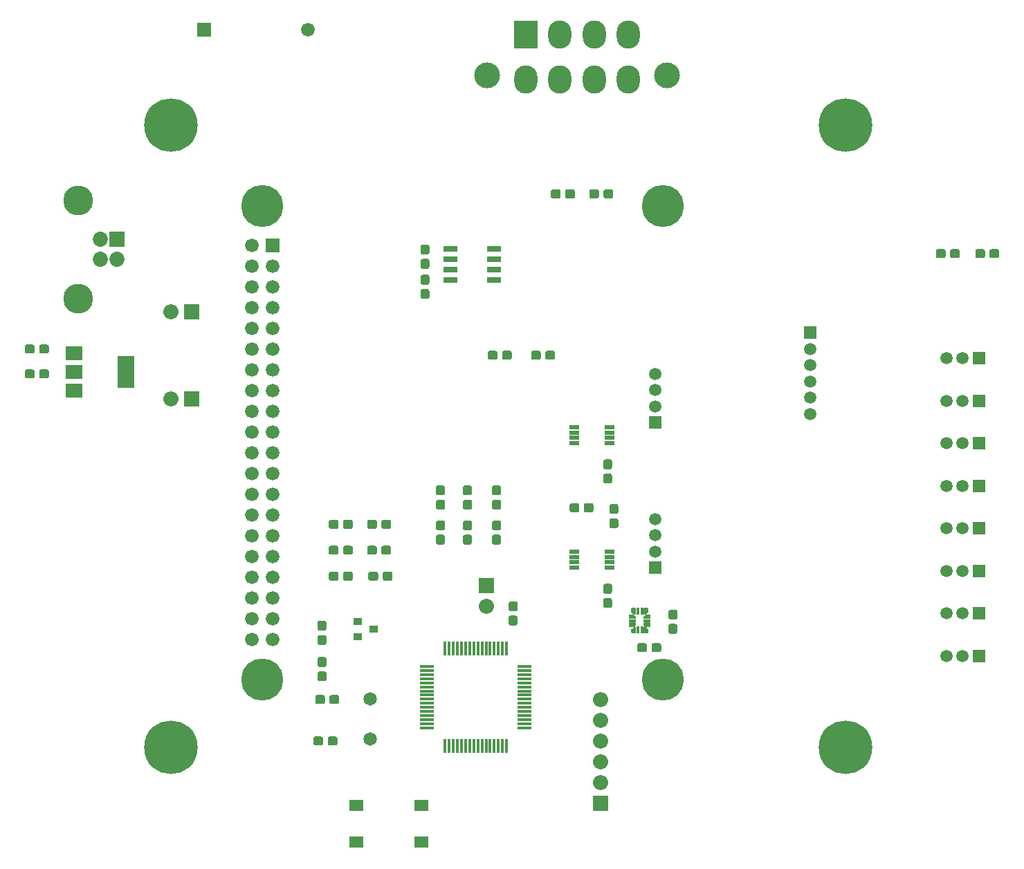
<source format=gbs>
G04 #@! TF.GenerationSoftware,KiCad,Pcbnew,(5.0.0)*
G04 #@! TF.CreationDate,2019-02-05T19:54:50-05:00*
G04 #@! TF.ProjectId,control board,636F6E74726F6C20626F6172642E6B69,rev?*
G04 #@! TF.SameCoordinates,Original*
G04 #@! TF.FileFunction,Soldermask,Bot*
G04 #@! TF.FilePolarity,Negative*
%FSLAX46Y46*%
G04 Gerber Fmt 4.6, Leading zero omitted, Abs format (unit mm)*
G04 Created by KiCad (PCBNEW (5.0.0)) date 02/05/19 19:54:50*
%MOMM*%
%LPD*%
G01*
G04 APERTURE LIST*
%ADD10C,0.366980*%
%ADD11C,0.100000*%
%ADD12R,0.827400X0.440640*%
%ADD13C,0.400000*%
%ADD14R,0.440640X0.827400*%
%ADD15R,1.252400X0.552400*%
%ADD16C,1.102400*%
%ADD17R,1.852400X1.852400*%
%ADD18O,1.852400X1.852400*%
%ADD19R,1.052400X0.952400*%
%ADD20C,5.152400*%
%ADD21R,1.676400X1.676400*%
%ADD22C,1.676400*%
%ADD23R,2.852400X3.452400*%
%ADD24O,2.852400X3.452400*%
%ADD25C,3.152400*%
%ADD26C,1.652400*%
%ADD27R,1.652400X0.402400*%
%ADD28R,0.402400X1.652400*%
%ADD29C,1.502400*%
%ADD30R,1.502400X1.502400*%
%ADD31R,2.152400X3.952400*%
%ADD32R,2.152400X1.652400*%
%ADD33C,6.552400*%
%ADD34C,1.852400*%
%ADD35C,3.652400*%
%ADD36R,1.702400X0.752400*%
%ADD37R,1.702400X1.452400*%
G04 APERTURE END LIST*
D10*
G04 #@! TO.C,U5*
X117476500Y-122936000D03*
D11*
G36*
X117888736Y-123150866D02*
X117884400Y-123165160D01*
X117877358Y-123178334D01*
X117867882Y-123189882D01*
X117856334Y-123199358D01*
X117843160Y-123206400D01*
X117828866Y-123210736D01*
X117814000Y-123212200D01*
X117139000Y-123212200D01*
X117124134Y-123210736D01*
X117109840Y-123206400D01*
X117096666Y-123199358D01*
X117085118Y-123189882D01*
X117075642Y-123178334D01*
X117068600Y-123165160D01*
X117064264Y-123150866D01*
X117062800Y-123136000D01*
X117062800Y-122736000D01*
X117064264Y-122721134D01*
X117068600Y-122706840D01*
X117075642Y-122693666D01*
X117085118Y-122682118D01*
X117096666Y-122672642D01*
X117109840Y-122665600D01*
X117124134Y-122661264D01*
X117139000Y-122659800D01*
X117564000Y-122659800D01*
X117578866Y-122661264D01*
X117593160Y-122665600D01*
X117606334Y-122672642D01*
X117617882Y-122682118D01*
X117867882Y-122932118D01*
X117877358Y-122943666D01*
X117884400Y-122956840D01*
X117888736Y-122971134D01*
X117890200Y-122986000D01*
X117890200Y-123136000D01*
X117888736Y-123150866D01*
X117888736Y-123150866D01*
G37*
D12*
X117476500Y-123436000D03*
D10*
X117476500Y-123936000D03*
D11*
G36*
X117888736Y-123900866D02*
X117884400Y-123915160D01*
X117877358Y-123928334D01*
X117867882Y-123939882D01*
X117617882Y-124189882D01*
X117606334Y-124199358D01*
X117593160Y-124206400D01*
X117578866Y-124210736D01*
X117564000Y-124212200D01*
X117139000Y-124212200D01*
X117124134Y-124210736D01*
X117109840Y-124206400D01*
X117096666Y-124199358D01*
X117085118Y-124189882D01*
X117075642Y-124178334D01*
X117068600Y-124165160D01*
X117064264Y-124150866D01*
X117062800Y-124136000D01*
X117062800Y-123736000D01*
X117064264Y-123721134D01*
X117068600Y-123706840D01*
X117075642Y-123693666D01*
X117085118Y-123682118D01*
X117096666Y-123672642D01*
X117109840Y-123665600D01*
X117124134Y-123661264D01*
X117139000Y-123659800D01*
X117814000Y-123659800D01*
X117828866Y-123661264D01*
X117843160Y-123665600D01*
X117856334Y-123672642D01*
X117867882Y-123682118D01*
X117877358Y-123693666D01*
X117884400Y-123706840D01*
X117888736Y-123721134D01*
X117890200Y-123736000D01*
X117890200Y-123886000D01*
X117888736Y-123900866D01*
X117888736Y-123900866D01*
G37*
D13*
X117614000Y-124573500D03*
D11*
G36*
X117888736Y-124925866D02*
X117884400Y-124940160D01*
X117877358Y-124953334D01*
X117867882Y-124964882D01*
X117856334Y-124974358D01*
X117843160Y-124981400D01*
X117828866Y-124985736D01*
X117814000Y-124987200D01*
X117414000Y-124987200D01*
X117399134Y-124985736D01*
X117384840Y-124981400D01*
X117371666Y-124974358D01*
X117360118Y-124964882D01*
X117350642Y-124953334D01*
X117343600Y-124940160D01*
X117339264Y-124925866D01*
X117337800Y-124911000D01*
X117337800Y-124486000D01*
X117339264Y-124471134D01*
X117343600Y-124456840D01*
X117350642Y-124443666D01*
X117360118Y-124432118D01*
X117610118Y-124182118D01*
X117621666Y-124172642D01*
X117634840Y-124165600D01*
X117649134Y-124161264D01*
X117664000Y-124159800D01*
X117814000Y-124159800D01*
X117828866Y-124161264D01*
X117843160Y-124165600D01*
X117856334Y-124172642D01*
X117867882Y-124182118D01*
X117877358Y-124193666D01*
X117884400Y-124206840D01*
X117888736Y-124221134D01*
X117890200Y-124236000D01*
X117890200Y-124911000D01*
X117888736Y-124925866D01*
X117888736Y-124925866D01*
G37*
D14*
X118114000Y-124573500D03*
X118614000Y-124573500D03*
D13*
X119114000Y-124573500D03*
D11*
G36*
X119388736Y-124925866D02*
X119384400Y-124940160D01*
X119377358Y-124953334D01*
X119367882Y-124964882D01*
X119356334Y-124974358D01*
X119343160Y-124981400D01*
X119328866Y-124985736D01*
X119314000Y-124987200D01*
X118914000Y-124987200D01*
X118899134Y-124985736D01*
X118884840Y-124981400D01*
X118871666Y-124974358D01*
X118860118Y-124964882D01*
X118850642Y-124953334D01*
X118843600Y-124940160D01*
X118839264Y-124925866D01*
X118837800Y-124911000D01*
X118837800Y-124236000D01*
X118839264Y-124221134D01*
X118843600Y-124206840D01*
X118850642Y-124193666D01*
X118860118Y-124182118D01*
X118871666Y-124172642D01*
X118884840Y-124165600D01*
X118899134Y-124161264D01*
X118914000Y-124159800D01*
X119064000Y-124159800D01*
X119078866Y-124161264D01*
X119093160Y-124165600D01*
X119106334Y-124172642D01*
X119117882Y-124182118D01*
X119367882Y-124432118D01*
X119377358Y-124443666D01*
X119384400Y-124456840D01*
X119388736Y-124471134D01*
X119390200Y-124486000D01*
X119390200Y-124911000D01*
X119388736Y-124925866D01*
X119388736Y-124925866D01*
G37*
D13*
X119251500Y-123936000D03*
D11*
G36*
X119663736Y-124150866D02*
X119659400Y-124165160D01*
X119652358Y-124178334D01*
X119642882Y-124189882D01*
X119631334Y-124199358D01*
X119618160Y-124206400D01*
X119603866Y-124210736D01*
X119589000Y-124212200D01*
X119164000Y-124212200D01*
X119149134Y-124210736D01*
X119134840Y-124206400D01*
X119121666Y-124199358D01*
X119110118Y-124189882D01*
X118860118Y-123939882D01*
X118850642Y-123928334D01*
X118843600Y-123915160D01*
X118839264Y-123900866D01*
X118837800Y-123886000D01*
X118837800Y-123736000D01*
X118839264Y-123721134D01*
X118843600Y-123706840D01*
X118850642Y-123693666D01*
X118860118Y-123682118D01*
X118871666Y-123672642D01*
X118884840Y-123665600D01*
X118899134Y-123661264D01*
X118914000Y-123659800D01*
X119589000Y-123659800D01*
X119603866Y-123661264D01*
X119618160Y-123665600D01*
X119631334Y-123672642D01*
X119642882Y-123682118D01*
X119652358Y-123693666D01*
X119659400Y-123706840D01*
X119663736Y-123721134D01*
X119665200Y-123736000D01*
X119665200Y-124136000D01*
X119663736Y-124150866D01*
X119663736Y-124150866D01*
G37*
D12*
X119251500Y-123436000D03*
D13*
X119251500Y-122936000D03*
D11*
G36*
X119663736Y-123150866D02*
X119659400Y-123165160D01*
X119652358Y-123178334D01*
X119642882Y-123189882D01*
X119631334Y-123199358D01*
X119618160Y-123206400D01*
X119603866Y-123210736D01*
X119589000Y-123212200D01*
X118914000Y-123212200D01*
X118899134Y-123210736D01*
X118884840Y-123206400D01*
X118871666Y-123199358D01*
X118860118Y-123189882D01*
X118850642Y-123178334D01*
X118843600Y-123165160D01*
X118839264Y-123150866D01*
X118837800Y-123136000D01*
X118837800Y-122986000D01*
X118839264Y-122971134D01*
X118843600Y-122956840D01*
X118850642Y-122943666D01*
X118860118Y-122932118D01*
X119110118Y-122682118D01*
X119121666Y-122672642D01*
X119134840Y-122665600D01*
X119149134Y-122661264D01*
X119164000Y-122659800D01*
X119589000Y-122659800D01*
X119603866Y-122661264D01*
X119618160Y-122665600D01*
X119631334Y-122672642D01*
X119642882Y-122682118D01*
X119652358Y-122693666D01*
X119659400Y-122706840D01*
X119663736Y-122721134D01*
X119665200Y-122736000D01*
X119665200Y-123136000D01*
X119663736Y-123150866D01*
X119663736Y-123150866D01*
G37*
D13*
X119114000Y-122298500D03*
D11*
G36*
X119388736Y-122400866D02*
X119384400Y-122415160D01*
X119377358Y-122428334D01*
X119367882Y-122439882D01*
X119117882Y-122689882D01*
X119106334Y-122699358D01*
X119093160Y-122706400D01*
X119078866Y-122710736D01*
X119064000Y-122712200D01*
X118914000Y-122712200D01*
X118899134Y-122710736D01*
X118884840Y-122706400D01*
X118871666Y-122699358D01*
X118860118Y-122689882D01*
X118850642Y-122678334D01*
X118843600Y-122665160D01*
X118839264Y-122650866D01*
X118837800Y-122636000D01*
X118837800Y-121961000D01*
X118839264Y-121946134D01*
X118843600Y-121931840D01*
X118850642Y-121918666D01*
X118860118Y-121907118D01*
X118871666Y-121897642D01*
X118884840Y-121890600D01*
X118899134Y-121886264D01*
X118914000Y-121884800D01*
X119314000Y-121884800D01*
X119328866Y-121886264D01*
X119343160Y-121890600D01*
X119356334Y-121897642D01*
X119367882Y-121907118D01*
X119377358Y-121918666D01*
X119384400Y-121931840D01*
X119388736Y-121946134D01*
X119390200Y-121961000D01*
X119390200Y-122386000D01*
X119388736Y-122400866D01*
X119388736Y-122400866D01*
G37*
D14*
X118614000Y-122298500D03*
X118114000Y-122298500D03*
D13*
X117614000Y-122298500D03*
D11*
G36*
X117888736Y-122650866D02*
X117884400Y-122665160D01*
X117877358Y-122678334D01*
X117867882Y-122689882D01*
X117856334Y-122699358D01*
X117843160Y-122706400D01*
X117828866Y-122710736D01*
X117814000Y-122712200D01*
X117664000Y-122712200D01*
X117649134Y-122710736D01*
X117634840Y-122706400D01*
X117621666Y-122699358D01*
X117610118Y-122689882D01*
X117360118Y-122439882D01*
X117350642Y-122428334D01*
X117343600Y-122415160D01*
X117339264Y-122400866D01*
X117337800Y-122386000D01*
X117337800Y-121961000D01*
X117339264Y-121946134D01*
X117343600Y-121931840D01*
X117350642Y-121918666D01*
X117360118Y-121907118D01*
X117371666Y-121897642D01*
X117384840Y-121890600D01*
X117399134Y-121886264D01*
X117414000Y-121884800D01*
X117814000Y-121884800D01*
X117828866Y-121886264D01*
X117843160Y-121890600D01*
X117856334Y-121897642D01*
X117867882Y-121907118D01*
X117877358Y-121918666D01*
X117884400Y-121931840D01*
X117888736Y-121946134D01*
X117890200Y-121961000D01*
X117890200Y-122636000D01*
X117888736Y-122650866D01*
X117888736Y-122650866D01*
G37*
G04 #@! TD*
D15*
G04 #@! TO.C,U6*
X114672000Y-101686000D03*
X114672000Y-101036000D03*
X114672000Y-100386000D03*
X114672000Y-99736000D03*
X110372000Y-99736000D03*
X110372000Y-100386000D03*
X110372000Y-101036000D03*
X110372000Y-101686000D03*
G04 #@! TD*
D11*
G04 #@! TO.C,C13*
G36*
X114729614Y-118921127D02*
X114756367Y-118925096D01*
X114782602Y-118931667D01*
X114808068Y-118940779D01*
X114832517Y-118952342D01*
X114855715Y-118966247D01*
X114877439Y-118982358D01*
X114897479Y-119000521D01*
X114915642Y-119020561D01*
X114931753Y-119042285D01*
X114945658Y-119065483D01*
X114957221Y-119089932D01*
X114966333Y-119115398D01*
X114972904Y-119141633D01*
X114976873Y-119168386D01*
X114978200Y-119195400D01*
X114978200Y-119846600D01*
X114976873Y-119873614D01*
X114972904Y-119900367D01*
X114966333Y-119926602D01*
X114957221Y-119952068D01*
X114945658Y-119976517D01*
X114931753Y-119999715D01*
X114915642Y-120021439D01*
X114897479Y-120041479D01*
X114877439Y-120059642D01*
X114855715Y-120075753D01*
X114832517Y-120089658D01*
X114808068Y-120101221D01*
X114782602Y-120110333D01*
X114756367Y-120116904D01*
X114729614Y-120120873D01*
X114702600Y-120122200D01*
X114151400Y-120122200D01*
X114124386Y-120120873D01*
X114097633Y-120116904D01*
X114071398Y-120110333D01*
X114045932Y-120101221D01*
X114021483Y-120089658D01*
X113998285Y-120075753D01*
X113976561Y-120059642D01*
X113956521Y-120041479D01*
X113938358Y-120021439D01*
X113922247Y-119999715D01*
X113908342Y-119976517D01*
X113896779Y-119952068D01*
X113887667Y-119926602D01*
X113881096Y-119900367D01*
X113877127Y-119873614D01*
X113875800Y-119846600D01*
X113875800Y-119195400D01*
X113877127Y-119168386D01*
X113881096Y-119141633D01*
X113887667Y-119115398D01*
X113896779Y-119089932D01*
X113908342Y-119065483D01*
X113922247Y-119042285D01*
X113938358Y-119020561D01*
X113956521Y-119000521D01*
X113976561Y-118982358D01*
X113998285Y-118966247D01*
X114021483Y-118952342D01*
X114045932Y-118940779D01*
X114071398Y-118931667D01*
X114097633Y-118925096D01*
X114124386Y-118921127D01*
X114151400Y-118919800D01*
X114702600Y-118919800D01*
X114729614Y-118921127D01*
X114729614Y-118921127D01*
G37*
D16*
X114427000Y-119521000D03*
D11*
G36*
X114729614Y-120671127D02*
X114756367Y-120675096D01*
X114782602Y-120681667D01*
X114808068Y-120690779D01*
X114832517Y-120702342D01*
X114855715Y-120716247D01*
X114877439Y-120732358D01*
X114897479Y-120750521D01*
X114915642Y-120770561D01*
X114931753Y-120792285D01*
X114945658Y-120815483D01*
X114957221Y-120839932D01*
X114966333Y-120865398D01*
X114972904Y-120891633D01*
X114976873Y-120918386D01*
X114978200Y-120945400D01*
X114978200Y-121596600D01*
X114976873Y-121623614D01*
X114972904Y-121650367D01*
X114966333Y-121676602D01*
X114957221Y-121702068D01*
X114945658Y-121726517D01*
X114931753Y-121749715D01*
X114915642Y-121771439D01*
X114897479Y-121791479D01*
X114877439Y-121809642D01*
X114855715Y-121825753D01*
X114832517Y-121839658D01*
X114808068Y-121851221D01*
X114782602Y-121860333D01*
X114756367Y-121866904D01*
X114729614Y-121870873D01*
X114702600Y-121872200D01*
X114151400Y-121872200D01*
X114124386Y-121870873D01*
X114097633Y-121866904D01*
X114071398Y-121860333D01*
X114045932Y-121851221D01*
X114021483Y-121839658D01*
X113998285Y-121825753D01*
X113976561Y-121809642D01*
X113956521Y-121791479D01*
X113938358Y-121771439D01*
X113922247Y-121749715D01*
X113908342Y-121726517D01*
X113896779Y-121702068D01*
X113887667Y-121676602D01*
X113881096Y-121650367D01*
X113877127Y-121623614D01*
X113875800Y-121596600D01*
X113875800Y-120945400D01*
X113877127Y-120918386D01*
X113881096Y-120891633D01*
X113887667Y-120865398D01*
X113896779Y-120839932D01*
X113908342Y-120815483D01*
X113922247Y-120792285D01*
X113938358Y-120770561D01*
X113956521Y-120750521D01*
X113976561Y-120732358D01*
X113998285Y-120716247D01*
X114021483Y-120702342D01*
X114045932Y-120690779D01*
X114071398Y-120681667D01*
X114097633Y-120675096D01*
X114124386Y-120671127D01*
X114151400Y-120669800D01*
X114702600Y-120669800D01*
X114729614Y-120671127D01*
X114729614Y-120671127D01*
G37*
D16*
X114427000Y-121271000D03*
G04 #@! TD*
D11*
G04 #@! TO.C,C14*
G36*
X114729614Y-105431127D02*
X114756367Y-105435096D01*
X114782602Y-105441667D01*
X114808068Y-105450779D01*
X114832517Y-105462342D01*
X114855715Y-105476247D01*
X114877439Y-105492358D01*
X114897479Y-105510521D01*
X114915642Y-105530561D01*
X114931753Y-105552285D01*
X114945658Y-105575483D01*
X114957221Y-105599932D01*
X114966333Y-105625398D01*
X114972904Y-105651633D01*
X114976873Y-105678386D01*
X114978200Y-105705400D01*
X114978200Y-106356600D01*
X114976873Y-106383614D01*
X114972904Y-106410367D01*
X114966333Y-106436602D01*
X114957221Y-106462068D01*
X114945658Y-106486517D01*
X114931753Y-106509715D01*
X114915642Y-106531439D01*
X114897479Y-106551479D01*
X114877439Y-106569642D01*
X114855715Y-106585753D01*
X114832517Y-106599658D01*
X114808068Y-106611221D01*
X114782602Y-106620333D01*
X114756367Y-106626904D01*
X114729614Y-106630873D01*
X114702600Y-106632200D01*
X114151400Y-106632200D01*
X114124386Y-106630873D01*
X114097633Y-106626904D01*
X114071398Y-106620333D01*
X114045932Y-106611221D01*
X114021483Y-106599658D01*
X113998285Y-106585753D01*
X113976561Y-106569642D01*
X113956521Y-106551479D01*
X113938358Y-106531439D01*
X113922247Y-106509715D01*
X113908342Y-106486517D01*
X113896779Y-106462068D01*
X113887667Y-106436602D01*
X113881096Y-106410367D01*
X113877127Y-106383614D01*
X113875800Y-106356600D01*
X113875800Y-105705400D01*
X113877127Y-105678386D01*
X113881096Y-105651633D01*
X113887667Y-105625398D01*
X113896779Y-105599932D01*
X113908342Y-105575483D01*
X113922247Y-105552285D01*
X113938358Y-105530561D01*
X113956521Y-105510521D01*
X113976561Y-105492358D01*
X113998285Y-105476247D01*
X114021483Y-105462342D01*
X114045932Y-105450779D01*
X114071398Y-105441667D01*
X114097633Y-105435096D01*
X114124386Y-105431127D01*
X114151400Y-105429800D01*
X114702600Y-105429800D01*
X114729614Y-105431127D01*
X114729614Y-105431127D01*
G37*
D16*
X114427000Y-106031000D03*
D11*
G36*
X114729614Y-103681127D02*
X114756367Y-103685096D01*
X114782602Y-103691667D01*
X114808068Y-103700779D01*
X114832517Y-103712342D01*
X114855715Y-103726247D01*
X114877439Y-103742358D01*
X114897479Y-103760521D01*
X114915642Y-103780561D01*
X114931753Y-103802285D01*
X114945658Y-103825483D01*
X114957221Y-103849932D01*
X114966333Y-103875398D01*
X114972904Y-103901633D01*
X114976873Y-103928386D01*
X114978200Y-103955400D01*
X114978200Y-104606600D01*
X114976873Y-104633614D01*
X114972904Y-104660367D01*
X114966333Y-104686602D01*
X114957221Y-104712068D01*
X114945658Y-104736517D01*
X114931753Y-104759715D01*
X114915642Y-104781439D01*
X114897479Y-104801479D01*
X114877439Y-104819642D01*
X114855715Y-104835753D01*
X114832517Y-104849658D01*
X114808068Y-104861221D01*
X114782602Y-104870333D01*
X114756367Y-104876904D01*
X114729614Y-104880873D01*
X114702600Y-104882200D01*
X114151400Y-104882200D01*
X114124386Y-104880873D01*
X114097633Y-104876904D01*
X114071398Y-104870333D01*
X114045932Y-104861221D01*
X114021483Y-104849658D01*
X113998285Y-104835753D01*
X113976561Y-104819642D01*
X113956521Y-104801479D01*
X113938358Y-104781439D01*
X113922247Y-104759715D01*
X113908342Y-104736517D01*
X113896779Y-104712068D01*
X113887667Y-104686602D01*
X113881096Y-104660367D01*
X113877127Y-104633614D01*
X113875800Y-104606600D01*
X113875800Y-103955400D01*
X113877127Y-103928386D01*
X113881096Y-103901633D01*
X113887667Y-103875398D01*
X113896779Y-103849932D01*
X113908342Y-103825483D01*
X113922247Y-103802285D01*
X113938358Y-103780561D01*
X113956521Y-103760521D01*
X113976561Y-103742358D01*
X113998285Y-103726247D01*
X114021483Y-103712342D01*
X114045932Y-103700779D01*
X114071398Y-103691667D01*
X114097633Y-103685096D01*
X114124386Y-103681127D01*
X114151400Y-103679800D01*
X114702600Y-103679800D01*
X114729614Y-103681127D01*
X114729614Y-103681127D01*
G37*
D16*
X114427000Y-104281000D03*
G04 #@! TD*
D17*
G04 #@! TO.C,J1*
X99568000Y-119126000D03*
D18*
X99568000Y-121666000D03*
G04 #@! TD*
D17*
G04 #@! TO.C,J2*
X113538000Y-145796000D03*
D18*
X113538000Y-143256000D03*
X113538000Y-140716000D03*
X113538000Y-138176000D03*
X113538000Y-135636000D03*
X113538000Y-133096000D03*
G04 #@! TD*
D19*
G04 #@! TO.C,Q2*
X83836000Y-125410000D03*
X83836000Y-123510000D03*
X85836000Y-124460000D03*
G04 #@! TD*
D15*
G04 #@! TO.C,U4*
X110372000Y-116926000D03*
X110372000Y-116276000D03*
X110372000Y-115626000D03*
X110372000Y-114976000D03*
X114672000Y-114976000D03*
X114672000Y-115626000D03*
X114672000Y-116276000D03*
X114672000Y-116926000D03*
G04 #@! TD*
D20*
G04 #@! TO.C,P1*
X121158000Y-130644000D03*
X121158000Y-72644000D03*
X72158000Y-72644000D03*
X72158000Y-130644000D03*
D21*
X73428000Y-77514000D03*
D22*
X70888000Y-77514000D03*
X73428000Y-80054000D03*
X70888000Y-80054000D03*
X73428000Y-82594000D03*
X70888000Y-82594000D03*
X73428000Y-85134000D03*
X70888000Y-85134000D03*
X73428000Y-87674000D03*
X70888000Y-87674000D03*
X73428000Y-90214000D03*
X70888000Y-90214000D03*
X73428000Y-92754000D03*
X70888000Y-92754000D03*
X73428000Y-95294000D03*
X70888000Y-95294000D03*
X73428000Y-97834000D03*
X70888000Y-97834000D03*
X73428000Y-100374000D03*
X70888000Y-100374000D03*
X73428000Y-102914000D03*
X70888000Y-102914000D03*
X73428000Y-105454000D03*
X70888000Y-105454000D03*
X73428000Y-107994000D03*
X70888000Y-107994000D03*
X73428000Y-110534000D03*
X70888000Y-110534000D03*
X73428000Y-113074000D03*
X70888000Y-113074000D03*
X73428000Y-115614000D03*
X70888000Y-115614000D03*
X73428000Y-118154000D03*
X70888000Y-118154000D03*
X73428000Y-120694000D03*
X70888000Y-120694000D03*
X73428000Y-123234000D03*
X70888000Y-123234000D03*
X73428000Y-125774000D03*
X70888000Y-125774000D03*
G04 #@! TD*
D23*
G04 #@! TO.C,J7*
X104394000Y-51650000D03*
D24*
X108594000Y-51650000D03*
X112794000Y-51650000D03*
X116994000Y-51650000D03*
X104394000Y-57150000D03*
X108594000Y-57150000D03*
X112794000Y-57150000D03*
X116994000Y-57150000D03*
D25*
X99694000Y-56690000D03*
X121694000Y-56690000D03*
G04 #@! TD*
D11*
G04 #@! TO.C,C2*
G36*
X81124614Y-137626127D02*
X81151367Y-137630096D01*
X81177602Y-137636667D01*
X81203068Y-137645779D01*
X81227517Y-137657342D01*
X81250715Y-137671247D01*
X81272439Y-137687358D01*
X81292479Y-137705521D01*
X81310642Y-137725561D01*
X81326753Y-137747285D01*
X81340658Y-137770483D01*
X81352221Y-137794932D01*
X81361333Y-137820398D01*
X81367904Y-137846633D01*
X81371873Y-137873386D01*
X81373200Y-137900400D01*
X81373200Y-138451600D01*
X81371873Y-138478614D01*
X81367904Y-138505367D01*
X81361333Y-138531602D01*
X81352221Y-138557068D01*
X81340658Y-138581517D01*
X81326753Y-138604715D01*
X81310642Y-138626439D01*
X81292479Y-138646479D01*
X81272439Y-138664642D01*
X81250715Y-138680753D01*
X81227517Y-138694658D01*
X81203068Y-138706221D01*
X81177602Y-138715333D01*
X81151367Y-138721904D01*
X81124614Y-138725873D01*
X81097600Y-138727200D01*
X80446400Y-138727200D01*
X80419386Y-138725873D01*
X80392633Y-138721904D01*
X80366398Y-138715333D01*
X80340932Y-138706221D01*
X80316483Y-138694658D01*
X80293285Y-138680753D01*
X80271561Y-138664642D01*
X80251521Y-138646479D01*
X80233358Y-138626439D01*
X80217247Y-138604715D01*
X80203342Y-138581517D01*
X80191779Y-138557068D01*
X80182667Y-138531602D01*
X80176096Y-138505367D01*
X80172127Y-138478614D01*
X80170800Y-138451600D01*
X80170800Y-137900400D01*
X80172127Y-137873386D01*
X80176096Y-137846633D01*
X80182667Y-137820398D01*
X80191779Y-137794932D01*
X80203342Y-137770483D01*
X80217247Y-137747285D01*
X80233358Y-137725561D01*
X80251521Y-137705521D01*
X80271561Y-137687358D01*
X80293285Y-137671247D01*
X80316483Y-137657342D01*
X80340932Y-137645779D01*
X80366398Y-137636667D01*
X80392633Y-137630096D01*
X80419386Y-137626127D01*
X80446400Y-137624800D01*
X81097600Y-137624800D01*
X81124614Y-137626127D01*
X81124614Y-137626127D01*
G37*
D16*
X80772000Y-138176000D03*
D11*
G36*
X79374614Y-137626127D02*
X79401367Y-137630096D01*
X79427602Y-137636667D01*
X79453068Y-137645779D01*
X79477517Y-137657342D01*
X79500715Y-137671247D01*
X79522439Y-137687358D01*
X79542479Y-137705521D01*
X79560642Y-137725561D01*
X79576753Y-137747285D01*
X79590658Y-137770483D01*
X79602221Y-137794932D01*
X79611333Y-137820398D01*
X79617904Y-137846633D01*
X79621873Y-137873386D01*
X79623200Y-137900400D01*
X79623200Y-138451600D01*
X79621873Y-138478614D01*
X79617904Y-138505367D01*
X79611333Y-138531602D01*
X79602221Y-138557068D01*
X79590658Y-138581517D01*
X79576753Y-138604715D01*
X79560642Y-138626439D01*
X79542479Y-138646479D01*
X79522439Y-138664642D01*
X79500715Y-138680753D01*
X79477517Y-138694658D01*
X79453068Y-138706221D01*
X79427602Y-138715333D01*
X79401367Y-138721904D01*
X79374614Y-138725873D01*
X79347600Y-138727200D01*
X78696400Y-138727200D01*
X78669386Y-138725873D01*
X78642633Y-138721904D01*
X78616398Y-138715333D01*
X78590932Y-138706221D01*
X78566483Y-138694658D01*
X78543285Y-138680753D01*
X78521561Y-138664642D01*
X78501521Y-138646479D01*
X78483358Y-138626439D01*
X78467247Y-138604715D01*
X78453342Y-138581517D01*
X78441779Y-138557068D01*
X78432667Y-138531602D01*
X78426096Y-138505367D01*
X78422127Y-138478614D01*
X78420800Y-138451600D01*
X78420800Y-137900400D01*
X78422127Y-137873386D01*
X78426096Y-137846633D01*
X78432667Y-137820398D01*
X78441779Y-137794932D01*
X78453342Y-137770483D01*
X78467247Y-137747285D01*
X78483358Y-137725561D01*
X78501521Y-137705521D01*
X78521561Y-137687358D01*
X78543285Y-137671247D01*
X78566483Y-137657342D01*
X78590932Y-137645779D01*
X78616398Y-137636667D01*
X78642633Y-137630096D01*
X78669386Y-137626127D01*
X78696400Y-137624800D01*
X79347600Y-137624800D01*
X79374614Y-137626127D01*
X79374614Y-137626127D01*
G37*
D16*
X79022000Y-138176000D03*
G04 #@! TD*
D11*
G04 #@! TO.C,C3*
G36*
X79600614Y-132546127D02*
X79627367Y-132550096D01*
X79653602Y-132556667D01*
X79679068Y-132565779D01*
X79703517Y-132577342D01*
X79726715Y-132591247D01*
X79748439Y-132607358D01*
X79768479Y-132625521D01*
X79786642Y-132645561D01*
X79802753Y-132667285D01*
X79816658Y-132690483D01*
X79828221Y-132714932D01*
X79837333Y-132740398D01*
X79843904Y-132766633D01*
X79847873Y-132793386D01*
X79849200Y-132820400D01*
X79849200Y-133371600D01*
X79847873Y-133398614D01*
X79843904Y-133425367D01*
X79837333Y-133451602D01*
X79828221Y-133477068D01*
X79816658Y-133501517D01*
X79802753Y-133524715D01*
X79786642Y-133546439D01*
X79768479Y-133566479D01*
X79748439Y-133584642D01*
X79726715Y-133600753D01*
X79703517Y-133614658D01*
X79679068Y-133626221D01*
X79653602Y-133635333D01*
X79627367Y-133641904D01*
X79600614Y-133645873D01*
X79573600Y-133647200D01*
X78922400Y-133647200D01*
X78895386Y-133645873D01*
X78868633Y-133641904D01*
X78842398Y-133635333D01*
X78816932Y-133626221D01*
X78792483Y-133614658D01*
X78769285Y-133600753D01*
X78747561Y-133584642D01*
X78727521Y-133566479D01*
X78709358Y-133546439D01*
X78693247Y-133524715D01*
X78679342Y-133501517D01*
X78667779Y-133477068D01*
X78658667Y-133451602D01*
X78652096Y-133425367D01*
X78648127Y-133398614D01*
X78646800Y-133371600D01*
X78646800Y-132820400D01*
X78648127Y-132793386D01*
X78652096Y-132766633D01*
X78658667Y-132740398D01*
X78667779Y-132714932D01*
X78679342Y-132690483D01*
X78693247Y-132667285D01*
X78709358Y-132645561D01*
X78727521Y-132625521D01*
X78747561Y-132607358D01*
X78769285Y-132591247D01*
X78792483Y-132577342D01*
X78816932Y-132565779D01*
X78842398Y-132556667D01*
X78868633Y-132550096D01*
X78895386Y-132546127D01*
X78922400Y-132544800D01*
X79573600Y-132544800D01*
X79600614Y-132546127D01*
X79600614Y-132546127D01*
G37*
D16*
X79248000Y-133096000D03*
D11*
G36*
X81350614Y-132546127D02*
X81377367Y-132550096D01*
X81403602Y-132556667D01*
X81429068Y-132565779D01*
X81453517Y-132577342D01*
X81476715Y-132591247D01*
X81498439Y-132607358D01*
X81518479Y-132625521D01*
X81536642Y-132645561D01*
X81552753Y-132667285D01*
X81566658Y-132690483D01*
X81578221Y-132714932D01*
X81587333Y-132740398D01*
X81593904Y-132766633D01*
X81597873Y-132793386D01*
X81599200Y-132820400D01*
X81599200Y-133371600D01*
X81597873Y-133398614D01*
X81593904Y-133425367D01*
X81587333Y-133451602D01*
X81578221Y-133477068D01*
X81566658Y-133501517D01*
X81552753Y-133524715D01*
X81536642Y-133546439D01*
X81518479Y-133566479D01*
X81498439Y-133584642D01*
X81476715Y-133600753D01*
X81453517Y-133614658D01*
X81429068Y-133626221D01*
X81403602Y-133635333D01*
X81377367Y-133641904D01*
X81350614Y-133645873D01*
X81323600Y-133647200D01*
X80672400Y-133647200D01*
X80645386Y-133645873D01*
X80618633Y-133641904D01*
X80592398Y-133635333D01*
X80566932Y-133626221D01*
X80542483Y-133614658D01*
X80519285Y-133600753D01*
X80497561Y-133584642D01*
X80477521Y-133566479D01*
X80459358Y-133546439D01*
X80443247Y-133524715D01*
X80429342Y-133501517D01*
X80417779Y-133477068D01*
X80408667Y-133451602D01*
X80402096Y-133425367D01*
X80398127Y-133398614D01*
X80396800Y-133371600D01*
X80396800Y-132820400D01*
X80398127Y-132793386D01*
X80402096Y-132766633D01*
X80408667Y-132740398D01*
X80417779Y-132714932D01*
X80429342Y-132690483D01*
X80443247Y-132667285D01*
X80459358Y-132645561D01*
X80477521Y-132625521D01*
X80497561Y-132607358D01*
X80519285Y-132591247D01*
X80542483Y-132577342D01*
X80566932Y-132565779D01*
X80592398Y-132556667D01*
X80618633Y-132550096D01*
X80645386Y-132546127D01*
X80672400Y-132544800D01*
X81323600Y-132544800D01*
X81350614Y-132546127D01*
X81350614Y-132546127D01*
G37*
D16*
X80998000Y-133096000D03*
G04 #@! TD*
D11*
G04 #@! TO.C,R7*
G36*
X79783943Y-129641169D02*
X79810696Y-129645138D01*
X79836931Y-129651709D01*
X79862397Y-129660821D01*
X79886846Y-129672384D01*
X79910044Y-129686289D01*
X79931768Y-129702400D01*
X79951808Y-129720563D01*
X79969971Y-129740603D01*
X79986082Y-129762327D01*
X79999987Y-129785525D01*
X80011550Y-129809974D01*
X80020662Y-129835440D01*
X80027233Y-129861675D01*
X80031202Y-129888428D01*
X80032529Y-129915442D01*
X80032529Y-130566642D01*
X80031202Y-130593656D01*
X80027233Y-130620409D01*
X80020662Y-130646644D01*
X80011550Y-130672110D01*
X79999987Y-130696559D01*
X79986082Y-130719757D01*
X79969971Y-130741481D01*
X79951808Y-130761521D01*
X79931768Y-130779684D01*
X79910044Y-130795795D01*
X79886846Y-130809700D01*
X79862397Y-130821263D01*
X79836931Y-130830375D01*
X79810696Y-130836946D01*
X79783943Y-130840915D01*
X79756929Y-130842242D01*
X79205729Y-130842242D01*
X79178715Y-130840915D01*
X79151962Y-130836946D01*
X79125727Y-130830375D01*
X79100261Y-130821263D01*
X79075812Y-130809700D01*
X79052614Y-130795795D01*
X79030890Y-130779684D01*
X79010850Y-130761521D01*
X78992687Y-130741481D01*
X78976576Y-130719757D01*
X78962671Y-130696559D01*
X78951108Y-130672110D01*
X78941996Y-130646644D01*
X78935425Y-130620409D01*
X78931456Y-130593656D01*
X78930129Y-130566642D01*
X78930129Y-129915442D01*
X78931456Y-129888428D01*
X78935425Y-129861675D01*
X78941996Y-129835440D01*
X78951108Y-129809974D01*
X78962671Y-129785525D01*
X78976576Y-129762327D01*
X78992687Y-129740603D01*
X79010850Y-129720563D01*
X79030890Y-129702400D01*
X79052614Y-129686289D01*
X79075812Y-129672384D01*
X79100261Y-129660821D01*
X79125727Y-129651709D01*
X79151962Y-129645138D01*
X79178715Y-129641169D01*
X79205729Y-129639842D01*
X79756929Y-129639842D01*
X79783943Y-129641169D01*
X79783943Y-129641169D01*
G37*
D16*
X79481329Y-130241042D03*
D11*
G36*
X79783943Y-127891169D02*
X79810696Y-127895138D01*
X79836931Y-127901709D01*
X79862397Y-127910821D01*
X79886846Y-127922384D01*
X79910044Y-127936289D01*
X79931768Y-127952400D01*
X79951808Y-127970563D01*
X79969971Y-127990603D01*
X79986082Y-128012327D01*
X79999987Y-128035525D01*
X80011550Y-128059974D01*
X80020662Y-128085440D01*
X80027233Y-128111675D01*
X80031202Y-128138428D01*
X80032529Y-128165442D01*
X80032529Y-128816642D01*
X80031202Y-128843656D01*
X80027233Y-128870409D01*
X80020662Y-128896644D01*
X80011550Y-128922110D01*
X79999987Y-128946559D01*
X79986082Y-128969757D01*
X79969971Y-128991481D01*
X79951808Y-129011521D01*
X79931768Y-129029684D01*
X79910044Y-129045795D01*
X79886846Y-129059700D01*
X79862397Y-129071263D01*
X79836931Y-129080375D01*
X79810696Y-129086946D01*
X79783943Y-129090915D01*
X79756929Y-129092242D01*
X79205729Y-129092242D01*
X79178715Y-129090915D01*
X79151962Y-129086946D01*
X79125727Y-129080375D01*
X79100261Y-129071263D01*
X79075812Y-129059700D01*
X79052614Y-129045795D01*
X79030890Y-129029684D01*
X79010850Y-129011521D01*
X78992687Y-128991481D01*
X78976576Y-128969757D01*
X78962671Y-128946559D01*
X78951108Y-128922110D01*
X78941996Y-128896644D01*
X78935425Y-128870409D01*
X78931456Y-128843656D01*
X78930129Y-128816642D01*
X78930129Y-128165442D01*
X78931456Y-128138428D01*
X78935425Y-128111675D01*
X78941996Y-128085440D01*
X78951108Y-128059974D01*
X78962671Y-128035525D01*
X78976576Y-128012327D01*
X78992687Y-127990603D01*
X79010850Y-127970563D01*
X79030890Y-127952400D01*
X79052614Y-127936289D01*
X79075812Y-127922384D01*
X79100261Y-127910821D01*
X79125727Y-127901709D01*
X79151962Y-127895138D01*
X79178715Y-127891169D01*
X79205729Y-127889842D01*
X79756929Y-127889842D01*
X79783943Y-127891169D01*
X79783943Y-127891169D01*
G37*
D16*
X79481329Y-128491042D03*
G04 #@! TD*
D11*
G04 #@! TO.C,R8*
G36*
X79783943Y-123446169D02*
X79810696Y-123450138D01*
X79836931Y-123456709D01*
X79862397Y-123465821D01*
X79886846Y-123477384D01*
X79910044Y-123491289D01*
X79931768Y-123507400D01*
X79951808Y-123525563D01*
X79969971Y-123545603D01*
X79986082Y-123567327D01*
X79999987Y-123590525D01*
X80011550Y-123614974D01*
X80020662Y-123640440D01*
X80027233Y-123666675D01*
X80031202Y-123693428D01*
X80032529Y-123720442D01*
X80032529Y-124371642D01*
X80031202Y-124398656D01*
X80027233Y-124425409D01*
X80020662Y-124451644D01*
X80011550Y-124477110D01*
X79999987Y-124501559D01*
X79986082Y-124524757D01*
X79969971Y-124546481D01*
X79951808Y-124566521D01*
X79931768Y-124584684D01*
X79910044Y-124600795D01*
X79886846Y-124614700D01*
X79862397Y-124626263D01*
X79836931Y-124635375D01*
X79810696Y-124641946D01*
X79783943Y-124645915D01*
X79756929Y-124647242D01*
X79205729Y-124647242D01*
X79178715Y-124645915D01*
X79151962Y-124641946D01*
X79125727Y-124635375D01*
X79100261Y-124626263D01*
X79075812Y-124614700D01*
X79052614Y-124600795D01*
X79030890Y-124584684D01*
X79010850Y-124566521D01*
X78992687Y-124546481D01*
X78976576Y-124524757D01*
X78962671Y-124501559D01*
X78951108Y-124477110D01*
X78941996Y-124451644D01*
X78935425Y-124425409D01*
X78931456Y-124398656D01*
X78930129Y-124371642D01*
X78930129Y-123720442D01*
X78931456Y-123693428D01*
X78935425Y-123666675D01*
X78941996Y-123640440D01*
X78951108Y-123614974D01*
X78962671Y-123590525D01*
X78976576Y-123567327D01*
X78992687Y-123545603D01*
X79010850Y-123525563D01*
X79030890Y-123507400D01*
X79052614Y-123491289D01*
X79075812Y-123477384D01*
X79100261Y-123465821D01*
X79125727Y-123456709D01*
X79151962Y-123450138D01*
X79178715Y-123446169D01*
X79205729Y-123444842D01*
X79756929Y-123444842D01*
X79783943Y-123446169D01*
X79783943Y-123446169D01*
G37*
D16*
X79481329Y-124046042D03*
D11*
G36*
X79783943Y-125196169D02*
X79810696Y-125200138D01*
X79836931Y-125206709D01*
X79862397Y-125215821D01*
X79886846Y-125227384D01*
X79910044Y-125241289D01*
X79931768Y-125257400D01*
X79951808Y-125275563D01*
X79969971Y-125295603D01*
X79986082Y-125317327D01*
X79999987Y-125340525D01*
X80011550Y-125364974D01*
X80020662Y-125390440D01*
X80027233Y-125416675D01*
X80031202Y-125443428D01*
X80032529Y-125470442D01*
X80032529Y-126121642D01*
X80031202Y-126148656D01*
X80027233Y-126175409D01*
X80020662Y-126201644D01*
X80011550Y-126227110D01*
X79999987Y-126251559D01*
X79986082Y-126274757D01*
X79969971Y-126296481D01*
X79951808Y-126316521D01*
X79931768Y-126334684D01*
X79910044Y-126350795D01*
X79886846Y-126364700D01*
X79862397Y-126376263D01*
X79836931Y-126385375D01*
X79810696Y-126391946D01*
X79783943Y-126395915D01*
X79756929Y-126397242D01*
X79205729Y-126397242D01*
X79178715Y-126395915D01*
X79151962Y-126391946D01*
X79125727Y-126385375D01*
X79100261Y-126376263D01*
X79075812Y-126364700D01*
X79052614Y-126350795D01*
X79030890Y-126334684D01*
X79010850Y-126316521D01*
X78992687Y-126296481D01*
X78976576Y-126274757D01*
X78962671Y-126251559D01*
X78951108Y-126227110D01*
X78941996Y-126201644D01*
X78935425Y-126175409D01*
X78931456Y-126148656D01*
X78930129Y-126121642D01*
X78930129Y-125470442D01*
X78931456Y-125443428D01*
X78935425Y-125416675D01*
X78941996Y-125390440D01*
X78951108Y-125364974D01*
X78962671Y-125340525D01*
X78976576Y-125317327D01*
X78992687Y-125295603D01*
X79010850Y-125275563D01*
X79030890Y-125257400D01*
X79052614Y-125241289D01*
X79075812Y-125227384D01*
X79100261Y-125215821D01*
X79125727Y-125206709D01*
X79151962Y-125200138D01*
X79178715Y-125196169D01*
X79205729Y-125194842D01*
X79756929Y-125194842D01*
X79783943Y-125196169D01*
X79783943Y-125196169D01*
G37*
D16*
X79481329Y-125796042D03*
G04 #@! TD*
D11*
G04 #@! TO.C,R9*
G36*
X94282614Y-111160127D02*
X94309367Y-111164096D01*
X94335602Y-111170667D01*
X94361068Y-111179779D01*
X94385517Y-111191342D01*
X94408715Y-111205247D01*
X94430439Y-111221358D01*
X94450479Y-111239521D01*
X94468642Y-111259561D01*
X94484753Y-111281285D01*
X94498658Y-111304483D01*
X94510221Y-111328932D01*
X94519333Y-111354398D01*
X94525904Y-111380633D01*
X94529873Y-111407386D01*
X94531200Y-111434400D01*
X94531200Y-112085600D01*
X94529873Y-112112614D01*
X94525904Y-112139367D01*
X94519333Y-112165602D01*
X94510221Y-112191068D01*
X94498658Y-112215517D01*
X94484753Y-112238715D01*
X94468642Y-112260439D01*
X94450479Y-112280479D01*
X94430439Y-112298642D01*
X94408715Y-112314753D01*
X94385517Y-112328658D01*
X94361068Y-112340221D01*
X94335602Y-112349333D01*
X94309367Y-112355904D01*
X94282614Y-112359873D01*
X94255600Y-112361200D01*
X93704400Y-112361200D01*
X93677386Y-112359873D01*
X93650633Y-112355904D01*
X93624398Y-112349333D01*
X93598932Y-112340221D01*
X93574483Y-112328658D01*
X93551285Y-112314753D01*
X93529561Y-112298642D01*
X93509521Y-112280479D01*
X93491358Y-112260439D01*
X93475247Y-112238715D01*
X93461342Y-112215517D01*
X93449779Y-112191068D01*
X93440667Y-112165602D01*
X93434096Y-112139367D01*
X93430127Y-112112614D01*
X93428800Y-112085600D01*
X93428800Y-111434400D01*
X93430127Y-111407386D01*
X93434096Y-111380633D01*
X93440667Y-111354398D01*
X93449779Y-111328932D01*
X93461342Y-111304483D01*
X93475247Y-111281285D01*
X93491358Y-111259561D01*
X93509521Y-111239521D01*
X93529561Y-111221358D01*
X93551285Y-111205247D01*
X93574483Y-111191342D01*
X93598932Y-111179779D01*
X93624398Y-111170667D01*
X93650633Y-111164096D01*
X93677386Y-111160127D01*
X93704400Y-111158800D01*
X94255600Y-111158800D01*
X94282614Y-111160127D01*
X94282614Y-111160127D01*
G37*
D16*
X93980000Y-111760000D03*
D11*
G36*
X94282614Y-112910127D02*
X94309367Y-112914096D01*
X94335602Y-112920667D01*
X94361068Y-112929779D01*
X94385517Y-112941342D01*
X94408715Y-112955247D01*
X94430439Y-112971358D01*
X94450479Y-112989521D01*
X94468642Y-113009561D01*
X94484753Y-113031285D01*
X94498658Y-113054483D01*
X94510221Y-113078932D01*
X94519333Y-113104398D01*
X94525904Y-113130633D01*
X94529873Y-113157386D01*
X94531200Y-113184400D01*
X94531200Y-113835600D01*
X94529873Y-113862614D01*
X94525904Y-113889367D01*
X94519333Y-113915602D01*
X94510221Y-113941068D01*
X94498658Y-113965517D01*
X94484753Y-113988715D01*
X94468642Y-114010439D01*
X94450479Y-114030479D01*
X94430439Y-114048642D01*
X94408715Y-114064753D01*
X94385517Y-114078658D01*
X94361068Y-114090221D01*
X94335602Y-114099333D01*
X94309367Y-114105904D01*
X94282614Y-114109873D01*
X94255600Y-114111200D01*
X93704400Y-114111200D01*
X93677386Y-114109873D01*
X93650633Y-114105904D01*
X93624398Y-114099333D01*
X93598932Y-114090221D01*
X93574483Y-114078658D01*
X93551285Y-114064753D01*
X93529561Y-114048642D01*
X93509521Y-114030479D01*
X93491358Y-114010439D01*
X93475247Y-113988715D01*
X93461342Y-113965517D01*
X93449779Y-113941068D01*
X93440667Y-113915602D01*
X93434096Y-113889367D01*
X93430127Y-113862614D01*
X93428800Y-113835600D01*
X93428800Y-113184400D01*
X93430127Y-113157386D01*
X93434096Y-113130633D01*
X93440667Y-113104398D01*
X93449779Y-113078932D01*
X93461342Y-113054483D01*
X93475247Y-113031285D01*
X93491358Y-113009561D01*
X93509521Y-112989521D01*
X93529561Y-112971358D01*
X93551285Y-112955247D01*
X93574483Y-112941342D01*
X93598932Y-112929779D01*
X93624398Y-112920667D01*
X93650633Y-112914096D01*
X93677386Y-112910127D01*
X93704400Y-112908800D01*
X94255600Y-112908800D01*
X94282614Y-112910127D01*
X94282614Y-112910127D01*
G37*
D16*
X93980000Y-113510000D03*
G04 #@! TD*
D11*
G04 #@! TO.C,R10*
G36*
X97584614Y-111160127D02*
X97611367Y-111164096D01*
X97637602Y-111170667D01*
X97663068Y-111179779D01*
X97687517Y-111191342D01*
X97710715Y-111205247D01*
X97732439Y-111221358D01*
X97752479Y-111239521D01*
X97770642Y-111259561D01*
X97786753Y-111281285D01*
X97800658Y-111304483D01*
X97812221Y-111328932D01*
X97821333Y-111354398D01*
X97827904Y-111380633D01*
X97831873Y-111407386D01*
X97833200Y-111434400D01*
X97833200Y-112085600D01*
X97831873Y-112112614D01*
X97827904Y-112139367D01*
X97821333Y-112165602D01*
X97812221Y-112191068D01*
X97800658Y-112215517D01*
X97786753Y-112238715D01*
X97770642Y-112260439D01*
X97752479Y-112280479D01*
X97732439Y-112298642D01*
X97710715Y-112314753D01*
X97687517Y-112328658D01*
X97663068Y-112340221D01*
X97637602Y-112349333D01*
X97611367Y-112355904D01*
X97584614Y-112359873D01*
X97557600Y-112361200D01*
X97006400Y-112361200D01*
X96979386Y-112359873D01*
X96952633Y-112355904D01*
X96926398Y-112349333D01*
X96900932Y-112340221D01*
X96876483Y-112328658D01*
X96853285Y-112314753D01*
X96831561Y-112298642D01*
X96811521Y-112280479D01*
X96793358Y-112260439D01*
X96777247Y-112238715D01*
X96763342Y-112215517D01*
X96751779Y-112191068D01*
X96742667Y-112165602D01*
X96736096Y-112139367D01*
X96732127Y-112112614D01*
X96730800Y-112085600D01*
X96730800Y-111434400D01*
X96732127Y-111407386D01*
X96736096Y-111380633D01*
X96742667Y-111354398D01*
X96751779Y-111328932D01*
X96763342Y-111304483D01*
X96777247Y-111281285D01*
X96793358Y-111259561D01*
X96811521Y-111239521D01*
X96831561Y-111221358D01*
X96853285Y-111205247D01*
X96876483Y-111191342D01*
X96900932Y-111179779D01*
X96926398Y-111170667D01*
X96952633Y-111164096D01*
X96979386Y-111160127D01*
X97006400Y-111158800D01*
X97557600Y-111158800D01*
X97584614Y-111160127D01*
X97584614Y-111160127D01*
G37*
D16*
X97282000Y-111760000D03*
D11*
G36*
X97584614Y-112910127D02*
X97611367Y-112914096D01*
X97637602Y-112920667D01*
X97663068Y-112929779D01*
X97687517Y-112941342D01*
X97710715Y-112955247D01*
X97732439Y-112971358D01*
X97752479Y-112989521D01*
X97770642Y-113009561D01*
X97786753Y-113031285D01*
X97800658Y-113054483D01*
X97812221Y-113078932D01*
X97821333Y-113104398D01*
X97827904Y-113130633D01*
X97831873Y-113157386D01*
X97833200Y-113184400D01*
X97833200Y-113835600D01*
X97831873Y-113862614D01*
X97827904Y-113889367D01*
X97821333Y-113915602D01*
X97812221Y-113941068D01*
X97800658Y-113965517D01*
X97786753Y-113988715D01*
X97770642Y-114010439D01*
X97752479Y-114030479D01*
X97732439Y-114048642D01*
X97710715Y-114064753D01*
X97687517Y-114078658D01*
X97663068Y-114090221D01*
X97637602Y-114099333D01*
X97611367Y-114105904D01*
X97584614Y-114109873D01*
X97557600Y-114111200D01*
X97006400Y-114111200D01*
X96979386Y-114109873D01*
X96952633Y-114105904D01*
X96926398Y-114099333D01*
X96900932Y-114090221D01*
X96876483Y-114078658D01*
X96853285Y-114064753D01*
X96831561Y-114048642D01*
X96811521Y-114030479D01*
X96793358Y-114010439D01*
X96777247Y-113988715D01*
X96763342Y-113965517D01*
X96751779Y-113941068D01*
X96742667Y-113915602D01*
X96736096Y-113889367D01*
X96732127Y-113862614D01*
X96730800Y-113835600D01*
X96730800Y-113184400D01*
X96732127Y-113157386D01*
X96736096Y-113130633D01*
X96742667Y-113104398D01*
X96751779Y-113078932D01*
X96763342Y-113054483D01*
X96777247Y-113031285D01*
X96793358Y-113009561D01*
X96811521Y-112989521D01*
X96831561Y-112971358D01*
X96853285Y-112955247D01*
X96876483Y-112941342D01*
X96900932Y-112929779D01*
X96926398Y-112920667D01*
X96952633Y-112914096D01*
X96979386Y-112910127D01*
X97006400Y-112908800D01*
X97557600Y-112908800D01*
X97584614Y-112910127D01*
X97584614Y-112910127D01*
G37*
D16*
X97282000Y-113510000D03*
G04 #@! TD*
D11*
G04 #@! TO.C,R11*
G36*
X101140614Y-112910127D02*
X101167367Y-112914096D01*
X101193602Y-112920667D01*
X101219068Y-112929779D01*
X101243517Y-112941342D01*
X101266715Y-112955247D01*
X101288439Y-112971358D01*
X101308479Y-112989521D01*
X101326642Y-113009561D01*
X101342753Y-113031285D01*
X101356658Y-113054483D01*
X101368221Y-113078932D01*
X101377333Y-113104398D01*
X101383904Y-113130633D01*
X101387873Y-113157386D01*
X101389200Y-113184400D01*
X101389200Y-113835600D01*
X101387873Y-113862614D01*
X101383904Y-113889367D01*
X101377333Y-113915602D01*
X101368221Y-113941068D01*
X101356658Y-113965517D01*
X101342753Y-113988715D01*
X101326642Y-114010439D01*
X101308479Y-114030479D01*
X101288439Y-114048642D01*
X101266715Y-114064753D01*
X101243517Y-114078658D01*
X101219068Y-114090221D01*
X101193602Y-114099333D01*
X101167367Y-114105904D01*
X101140614Y-114109873D01*
X101113600Y-114111200D01*
X100562400Y-114111200D01*
X100535386Y-114109873D01*
X100508633Y-114105904D01*
X100482398Y-114099333D01*
X100456932Y-114090221D01*
X100432483Y-114078658D01*
X100409285Y-114064753D01*
X100387561Y-114048642D01*
X100367521Y-114030479D01*
X100349358Y-114010439D01*
X100333247Y-113988715D01*
X100319342Y-113965517D01*
X100307779Y-113941068D01*
X100298667Y-113915602D01*
X100292096Y-113889367D01*
X100288127Y-113862614D01*
X100286800Y-113835600D01*
X100286800Y-113184400D01*
X100288127Y-113157386D01*
X100292096Y-113130633D01*
X100298667Y-113104398D01*
X100307779Y-113078932D01*
X100319342Y-113054483D01*
X100333247Y-113031285D01*
X100349358Y-113009561D01*
X100367521Y-112989521D01*
X100387561Y-112971358D01*
X100409285Y-112955247D01*
X100432483Y-112941342D01*
X100456932Y-112929779D01*
X100482398Y-112920667D01*
X100508633Y-112914096D01*
X100535386Y-112910127D01*
X100562400Y-112908800D01*
X101113600Y-112908800D01*
X101140614Y-112910127D01*
X101140614Y-112910127D01*
G37*
D16*
X100838000Y-113510000D03*
D11*
G36*
X101140614Y-111160127D02*
X101167367Y-111164096D01*
X101193602Y-111170667D01*
X101219068Y-111179779D01*
X101243517Y-111191342D01*
X101266715Y-111205247D01*
X101288439Y-111221358D01*
X101308479Y-111239521D01*
X101326642Y-111259561D01*
X101342753Y-111281285D01*
X101356658Y-111304483D01*
X101368221Y-111328932D01*
X101377333Y-111354398D01*
X101383904Y-111380633D01*
X101387873Y-111407386D01*
X101389200Y-111434400D01*
X101389200Y-112085600D01*
X101387873Y-112112614D01*
X101383904Y-112139367D01*
X101377333Y-112165602D01*
X101368221Y-112191068D01*
X101356658Y-112215517D01*
X101342753Y-112238715D01*
X101326642Y-112260439D01*
X101308479Y-112280479D01*
X101288439Y-112298642D01*
X101266715Y-112314753D01*
X101243517Y-112328658D01*
X101219068Y-112340221D01*
X101193602Y-112349333D01*
X101167367Y-112355904D01*
X101140614Y-112359873D01*
X101113600Y-112361200D01*
X100562400Y-112361200D01*
X100535386Y-112359873D01*
X100508633Y-112355904D01*
X100482398Y-112349333D01*
X100456932Y-112340221D01*
X100432483Y-112328658D01*
X100409285Y-112314753D01*
X100387561Y-112298642D01*
X100367521Y-112280479D01*
X100349358Y-112260439D01*
X100333247Y-112238715D01*
X100319342Y-112215517D01*
X100307779Y-112191068D01*
X100298667Y-112165602D01*
X100292096Y-112139367D01*
X100288127Y-112112614D01*
X100286800Y-112085600D01*
X100286800Y-111434400D01*
X100288127Y-111407386D01*
X100292096Y-111380633D01*
X100298667Y-111354398D01*
X100307779Y-111328932D01*
X100319342Y-111304483D01*
X100333247Y-111281285D01*
X100349358Y-111259561D01*
X100367521Y-111239521D01*
X100387561Y-111221358D01*
X100409285Y-111205247D01*
X100432483Y-111191342D01*
X100456932Y-111179779D01*
X100482398Y-111170667D01*
X100508633Y-111164096D01*
X100535386Y-111160127D01*
X100562400Y-111158800D01*
X101113600Y-111158800D01*
X101140614Y-111160127D01*
X101140614Y-111160127D01*
G37*
D16*
X100838000Y-111760000D03*
G04 #@! TD*
D11*
G04 #@! TO.C,R15*
G36*
X115491614Y-109156127D02*
X115518367Y-109160096D01*
X115544602Y-109166667D01*
X115570068Y-109175779D01*
X115594517Y-109187342D01*
X115617715Y-109201247D01*
X115639439Y-109217358D01*
X115659479Y-109235521D01*
X115677642Y-109255561D01*
X115693753Y-109277285D01*
X115707658Y-109300483D01*
X115719221Y-109324932D01*
X115728333Y-109350398D01*
X115734904Y-109376633D01*
X115738873Y-109403386D01*
X115740200Y-109430400D01*
X115740200Y-110081600D01*
X115738873Y-110108614D01*
X115734904Y-110135367D01*
X115728333Y-110161602D01*
X115719221Y-110187068D01*
X115707658Y-110211517D01*
X115693753Y-110234715D01*
X115677642Y-110256439D01*
X115659479Y-110276479D01*
X115639439Y-110294642D01*
X115617715Y-110310753D01*
X115594517Y-110324658D01*
X115570068Y-110336221D01*
X115544602Y-110345333D01*
X115518367Y-110351904D01*
X115491614Y-110355873D01*
X115464600Y-110357200D01*
X114913400Y-110357200D01*
X114886386Y-110355873D01*
X114859633Y-110351904D01*
X114833398Y-110345333D01*
X114807932Y-110336221D01*
X114783483Y-110324658D01*
X114760285Y-110310753D01*
X114738561Y-110294642D01*
X114718521Y-110276479D01*
X114700358Y-110256439D01*
X114684247Y-110234715D01*
X114670342Y-110211517D01*
X114658779Y-110187068D01*
X114649667Y-110161602D01*
X114643096Y-110135367D01*
X114639127Y-110108614D01*
X114637800Y-110081600D01*
X114637800Y-109430400D01*
X114639127Y-109403386D01*
X114643096Y-109376633D01*
X114649667Y-109350398D01*
X114658779Y-109324932D01*
X114670342Y-109300483D01*
X114684247Y-109277285D01*
X114700358Y-109255561D01*
X114718521Y-109235521D01*
X114738561Y-109217358D01*
X114760285Y-109201247D01*
X114783483Y-109187342D01*
X114807932Y-109175779D01*
X114833398Y-109166667D01*
X114859633Y-109160096D01*
X114886386Y-109156127D01*
X114913400Y-109154800D01*
X115464600Y-109154800D01*
X115491614Y-109156127D01*
X115491614Y-109156127D01*
G37*
D16*
X115189000Y-109756000D03*
D11*
G36*
X115491614Y-110906127D02*
X115518367Y-110910096D01*
X115544602Y-110916667D01*
X115570068Y-110925779D01*
X115594517Y-110937342D01*
X115617715Y-110951247D01*
X115639439Y-110967358D01*
X115659479Y-110985521D01*
X115677642Y-111005561D01*
X115693753Y-111027285D01*
X115707658Y-111050483D01*
X115719221Y-111074932D01*
X115728333Y-111100398D01*
X115734904Y-111126633D01*
X115738873Y-111153386D01*
X115740200Y-111180400D01*
X115740200Y-111831600D01*
X115738873Y-111858614D01*
X115734904Y-111885367D01*
X115728333Y-111911602D01*
X115719221Y-111937068D01*
X115707658Y-111961517D01*
X115693753Y-111984715D01*
X115677642Y-112006439D01*
X115659479Y-112026479D01*
X115639439Y-112044642D01*
X115617715Y-112060753D01*
X115594517Y-112074658D01*
X115570068Y-112086221D01*
X115544602Y-112095333D01*
X115518367Y-112101904D01*
X115491614Y-112105873D01*
X115464600Y-112107200D01*
X114913400Y-112107200D01*
X114886386Y-112105873D01*
X114859633Y-112101904D01*
X114833398Y-112095333D01*
X114807932Y-112086221D01*
X114783483Y-112074658D01*
X114760285Y-112060753D01*
X114738561Y-112044642D01*
X114718521Y-112026479D01*
X114700358Y-112006439D01*
X114684247Y-111984715D01*
X114670342Y-111961517D01*
X114658779Y-111937068D01*
X114649667Y-111911602D01*
X114643096Y-111885367D01*
X114639127Y-111858614D01*
X114637800Y-111831600D01*
X114637800Y-111180400D01*
X114639127Y-111153386D01*
X114643096Y-111126633D01*
X114649667Y-111100398D01*
X114658779Y-111074932D01*
X114670342Y-111050483D01*
X114684247Y-111027285D01*
X114700358Y-111005561D01*
X114718521Y-110985521D01*
X114738561Y-110967358D01*
X114760285Y-110951247D01*
X114783483Y-110937342D01*
X114807932Y-110925779D01*
X114833398Y-110916667D01*
X114859633Y-110910096D01*
X114886386Y-110906127D01*
X114913400Y-110904800D01*
X115464600Y-110904800D01*
X115491614Y-110906127D01*
X115491614Y-110906127D01*
G37*
D16*
X115189000Y-111506000D03*
G04 #@! TD*
D11*
G04 #@! TO.C,R16*
G36*
X112479614Y-109051127D02*
X112506367Y-109055096D01*
X112532602Y-109061667D01*
X112558068Y-109070779D01*
X112582517Y-109082342D01*
X112605715Y-109096247D01*
X112627439Y-109112358D01*
X112647479Y-109130521D01*
X112665642Y-109150561D01*
X112681753Y-109172285D01*
X112695658Y-109195483D01*
X112707221Y-109219932D01*
X112716333Y-109245398D01*
X112722904Y-109271633D01*
X112726873Y-109298386D01*
X112728200Y-109325400D01*
X112728200Y-109876600D01*
X112726873Y-109903614D01*
X112722904Y-109930367D01*
X112716333Y-109956602D01*
X112707221Y-109982068D01*
X112695658Y-110006517D01*
X112681753Y-110029715D01*
X112665642Y-110051439D01*
X112647479Y-110071479D01*
X112627439Y-110089642D01*
X112605715Y-110105753D01*
X112582517Y-110119658D01*
X112558068Y-110131221D01*
X112532602Y-110140333D01*
X112506367Y-110146904D01*
X112479614Y-110150873D01*
X112452600Y-110152200D01*
X111801400Y-110152200D01*
X111774386Y-110150873D01*
X111747633Y-110146904D01*
X111721398Y-110140333D01*
X111695932Y-110131221D01*
X111671483Y-110119658D01*
X111648285Y-110105753D01*
X111626561Y-110089642D01*
X111606521Y-110071479D01*
X111588358Y-110051439D01*
X111572247Y-110029715D01*
X111558342Y-110006517D01*
X111546779Y-109982068D01*
X111537667Y-109956602D01*
X111531096Y-109930367D01*
X111527127Y-109903614D01*
X111525800Y-109876600D01*
X111525800Y-109325400D01*
X111527127Y-109298386D01*
X111531096Y-109271633D01*
X111537667Y-109245398D01*
X111546779Y-109219932D01*
X111558342Y-109195483D01*
X111572247Y-109172285D01*
X111588358Y-109150561D01*
X111606521Y-109130521D01*
X111626561Y-109112358D01*
X111648285Y-109096247D01*
X111671483Y-109082342D01*
X111695932Y-109070779D01*
X111721398Y-109061667D01*
X111747633Y-109055096D01*
X111774386Y-109051127D01*
X111801400Y-109049800D01*
X112452600Y-109049800D01*
X112479614Y-109051127D01*
X112479614Y-109051127D01*
G37*
D16*
X112127000Y-109601000D03*
D11*
G36*
X110729614Y-109051127D02*
X110756367Y-109055096D01*
X110782602Y-109061667D01*
X110808068Y-109070779D01*
X110832517Y-109082342D01*
X110855715Y-109096247D01*
X110877439Y-109112358D01*
X110897479Y-109130521D01*
X110915642Y-109150561D01*
X110931753Y-109172285D01*
X110945658Y-109195483D01*
X110957221Y-109219932D01*
X110966333Y-109245398D01*
X110972904Y-109271633D01*
X110976873Y-109298386D01*
X110978200Y-109325400D01*
X110978200Y-109876600D01*
X110976873Y-109903614D01*
X110972904Y-109930367D01*
X110966333Y-109956602D01*
X110957221Y-109982068D01*
X110945658Y-110006517D01*
X110931753Y-110029715D01*
X110915642Y-110051439D01*
X110897479Y-110071479D01*
X110877439Y-110089642D01*
X110855715Y-110105753D01*
X110832517Y-110119658D01*
X110808068Y-110131221D01*
X110782602Y-110140333D01*
X110756367Y-110146904D01*
X110729614Y-110150873D01*
X110702600Y-110152200D01*
X110051400Y-110152200D01*
X110024386Y-110150873D01*
X109997633Y-110146904D01*
X109971398Y-110140333D01*
X109945932Y-110131221D01*
X109921483Y-110119658D01*
X109898285Y-110105753D01*
X109876561Y-110089642D01*
X109856521Y-110071479D01*
X109838358Y-110051439D01*
X109822247Y-110029715D01*
X109808342Y-110006517D01*
X109796779Y-109982068D01*
X109787667Y-109956602D01*
X109781096Y-109930367D01*
X109777127Y-109903614D01*
X109775800Y-109876600D01*
X109775800Y-109325400D01*
X109777127Y-109298386D01*
X109781096Y-109271633D01*
X109787667Y-109245398D01*
X109796779Y-109219932D01*
X109808342Y-109195483D01*
X109822247Y-109172285D01*
X109838358Y-109150561D01*
X109856521Y-109130521D01*
X109876561Y-109112358D01*
X109898285Y-109096247D01*
X109921483Y-109082342D01*
X109945932Y-109070779D01*
X109971398Y-109061667D01*
X109997633Y-109055096D01*
X110024386Y-109051127D01*
X110051400Y-109049800D01*
X110702600Y-109049800D01*
X110729614Y-109051127D01*
X110729614Y-109051127D01*
G37*
D16*
X110377000Y-109601000D03*
G04 #@! TD*
D11*
G04 #@! TO.C,R17*
G36*
X81265614Y-111083127D02*
X81292367Y-111087096D01*
X81318602Y-111093667D01*
X81344068Y-111102779D01*
X81368517Y-111114342D01*
X81391715Y-111128247D01*
X81413439Y-111144358D01*
X81433479Y-111162521D01*
X81451642Y-111182561D01*
X81467753Y-111204285D01*
X81481658Y-111227483D01*
X81493221Y-111251932D01*
X81502333Y-111277398D01*
X81508904Y-111303633D01*
X81512873Y-111330386D01*
X81514200Y-111357400D01*
X81514200Y-111908600D01*
X81512873Y-111935614D01*
X81508904Y-111962367D01*
X81502333Y-111988602D01*
X81493221Y-112014068D01*
X81481658Y-112038517D01*
X81467753Y-112061715D01*
X81451642Y-112083439D01*
X81433479Y-112103479D01*
X81413439Y-112121642D01*
X81391715Y-112137753D01*
X81368517Y-112151658D01*
X81344068Y-112163221D01*
X81318602Y-112172333D01*
X81292367Y-112178904D01*
X81265614Y-112182873D01*
X81238600Y-112184200D01*
X80587400Y-112184200D01*
X80560386Y-112182873D01*
X80533633Y-112178904D01*
X80507398Y-112172333D01*
X80481932Y-112163221D01*
X80457483Y-112151658D01*
X80434285Y-112137753D01*
X80412561Y-112121642D01*
X80392521Y-112103479D01*
X80374358Y-112083439D01*
X80358247Y-112061715D01*
X80344342Y-112038517D01*
X80332779Y-112014068D01*
X80323667Y-111988602D01*
X80317096Y-111962367D01*
X80313127Y-111935614D01*
X80311800Y-111908600D01*
X80311800Y-111357400D01*
X80313127Y-111330386D01*
X80317096Y-111303633D01*
X80323667Y-111277398D01*
X80332779Y-111251932D01*
X80344342Y-111227483D01*
X80358247Y-111204285D01*
X80374358Y-111182561D01*
X80392521Y-111162521D01*
X80412561Y-111144358D01*
X80434285Y-111128247D01*
X80457483Y-111114342D01*
X80481932Y-111102779D01*
X80507398Y-111093667D01*
X80533633Y-111087096D01*
X80560386Y-111083127D01*
X80587400Y-111081800D01*
X81238600Y-111081800D01*
X81265614Y-111083127D01*
X81265614Y-111083127D01*
G37*
D16*
X80913000Y-111633000D03*
D11*
G36*
X83015614Y-111083127D02*
X83042367Y-111087096D01*
X83068602Y-111093667D01*
X83094068Y-111102779D01*
X83118517Y-111114342D01*
X83141715Y-111128247D01*
X83163439Y-111144358D01*
X83183479Y-111162521D01*
X83201642Y-111182561D01*
X83217753Y-111204285D01*
X83231658Y-111227483D01*
X83243221Y-111251932D01*
X83252333Y-111277398D01*
X83258904Y-111303633D01*
X83262873Y-111330386D01*
X83264200Y-111357400D01*
X83264200Y-111908600D01*
X83262873Y-111935614D01*
X83258904Y-111962367D01*
X83252333Y-111988602D01*
X83243221Y-112014068D01*
X83231658Y-112038517D01*
X83217753Y-112061715D01*
X83201642Y-112083439D01*
X83183479Y-112103479D01*
X83163439Y-112121642D01*
X83141715Y-112137753D01*
X83118517Y-112151658D01*
X83094068Y-112163221D01*
X83068602Y-112172333D01*
X83042367Y-112178904D01*
X83015614Y-112182873D01*
X82988600Y-112184200D01*
X82337400Y-112184200D01*
X82310386Y-112182873D01*
X82283633Y-112178904D01*
X82257398Y-112172333D01*
X82231932Y-112163221D01*
X82207483Y-112151658D01*
X82184285Y-112137753D01*
X82162561Y-112121642D01*
X82142521Y-112103479D01*
X82124358Y-112083439D01*
X82108247Y-112061715D01*
X82094342Y-112038517D01*
X82082779Y-112014068D01*
X82073667Y-111988602D01*
X82067096Y-111962367D01*
X82063127Y-111935614D01*
X82061800Y-111908600D01*
X82061800Y-111357400D01*
X82063127Y-111330386D01*
X82067096Y-111303633D01*
X82073667Y-111277398D01*
X82082779Y-111251932D01*
X82094342Y-111227483D01*
X82108247Y-111204285D01*
X82124358Y-111182561D01*
X82142521Y-111162521D01*
X82162561Y-111144358D01*
X82184285Y-111128247D01*
X82207483Y-111114342D01*
X82231932Y-111102779D01*
X82257398Y-111093667D01*
X82283633Y-111087096D01*
X82310386Y-111083127D01*
X82337400Y-111081800D01*
X82988600Y-111081800D01*
X83015614Y-111083127D01*
X83015614Y-111083127D01*
G37*
D16*
X82663000Y-111633000D03*
G04 #@! TD*
D11*
G04 #@! TO.C,R18*
G36*
X83015614Y-114258127D02*
X83042367Y-114262096D01*
X83068602Y-114268667D01*
X83094068Y-114277779D01*
X83118517Y-114289342D01*
X83141715Y-114303247D01*
X83163439Y-114319358D01*
X83183479Y-114337521D01*
X83201642Y-114357561D01*
X83217753Y-114379285D01*
X83231658Y-114402483D01*
X83243221Y-114426932D01*
X83252333Y-114452398D01*
X83258904Y-114478633D01*
X83262873Y-114505386D01*
X83264200Y-114532400D01*
X83264200Y-115083600D01*
X83262873Y-115110614D01*
X83258904Y-115137367D01*
X83252333Y-115163602D01*
X83243221Y-115189068D01*
X83231658Y-115213517D01*
X83217753Y-115236715D01*
X83201642Y-115258439D01*
X83183479Y-115278479D01*
X83163439Y-115296642D01*
X83141715Y-115312753D01*
X83118517Y-115326658D01*
X83094068Y-115338221D01*
X83068602Y-115347333D01*
X83042367Y-115353904D01*
X83015614Y-115357873D01*
X82988600Y-115359200D01*
X82337400Y-115359200D01*
X82310386Y-115357873D01*
X82283633Y-115353904D01*
X82257398Y-115347333D01*
X82231932Y-115338221D01*
X82207483Y-115326658D01*
X82184285Y-115312753D01*
X82162561Y-115296642D01*
X82142521Y-115278479D01*
X82124358Y-115258439D01*
X82108247Y-115236715D01*
X82094342Y-115213517D01*
X82082779Y-115189068D01*
X82073667Y-115163602D01*
X82067096Y-115137367D01*
X82063127Y-115110614D01*
X82061800Y-115083600D01*
X82061800Y-114532400D01*
X82063127Y-114505386D01*
X82067096Y-114478633D01*
X82073667Y-114452398D01*
X82082779Y-114426932D01*
X82094342Y-114402483D01*
X82108247Y-114379285D01*
X82124358Y-114357561D01*
X82142521Y-114337521D01*
X82162561Y-114319358D01*
X82184285Y-114303247D01*
X82207483Y-114289342D01*
X82231932Y-114277779D01*
X82257398Y-114268667D01*
X82283633Y-114262096D01*
X82310386Y-114258127D01*
X82337400Y-114256800D01*
X82988600Y-114256800D01*
X83015614Y-114258127D01*
X83015614Y-114258127D01*
G37*
D16*
X82663000Y-114808000D03*
D11*
G36*
X81265614Y-114258127D02*
X81292367Y-114262096D01*
X81318602Y-114268667D01*
X81344068Y-114277779D01*
X81368517Y-114289342D01*
X81391715Y-114303247D01*
X81413439Y-114319358D01*
X81433479Y-114337521D01*
X81451642Y-114357561D01*
X81467753Y-114379285D01*
X81481658Y-114402483D01*
X81493221Y-114426932D01*
X81502333Y-114452398D01*
X81508904Y-114478633D01*
X81512873Y-114505386D01*
X81514200Y-114532400D01*
X81514200Y-115083600D01*
X81512873Y-115110614D01*
X81508904Y-115137367D01*
X81502333Y-115163602D01*
X81493221Y-115189068D01*
X81481658Y-115213517D01*
X81467753Y-115236715D01*
X81451642Y-115258439D01*
X81433479Y-115278479D01*
X81413439Y-115296642D01*
X81391715Y-115312753D01*
X81368517Y-115326658D01*
X81344068Y-115338221D01*
X81318602Y-115347333D01*
X81292367Y-115353904D01*
X81265614Y-115357873D01*
X81238600Y-115359200D01*
X80587400Y-115359200D01*
X80560386Y-115357873D01*
X80533633Y-115353904D01*
X80507398Y-115347333D01*
X80481932Y-115338221D01*
X80457483Y-115326658D01*
X80434285Y-115312753D01*
X80412561Y-115296642D01*
X80392521Y-115278479D01*
X80374358Y-115258439D01*
X80358247Y-115236715D01*
X80344342Y-115213517D01*
X80332779Y-115189068D01*
X80323667Y-115163602D01*
X80317096Y-115137367D01*
X80313127Y-115110614D01*
X80311800Y-115083600D01*
X80311800Y-114532400D01*
X80313127Y-114505386D01*
X80317096Y-114478633D01*
X80323667Y-114452398D01*
X80332779Y-114426932D01*
X80344342Y-114402483D01*
X80358247Y-114379285D01*
X80374358Y-114357561D01*
X80392521Y-114337521D01*
X80412561Y-114319358D01*
X80434285Y-114303247D01*
X80457483Y-114289342D01*
X80481932Y-114277779D01*
X80507398Y-114268667D01*
X80533633Y-114262096D01*
X80560386Y-114258127D01*
X80587400Y-114256800D01*
X81238600Y-114256800D01*
X81265614Y-114258127D01*
X81265614Y-114258127D01*
G37*
D16*
X80913000Y-114808000D03*
G04 #@! TD*
D11*
G04 #@! TO.C,R19*
G36*
X83015614Y-117433127D02*
X83042367Y-117437096D01*
X83068602Y-117443667D01*
X83094068Y-117452779D01*
X83118517Y-117464342D01*
X83141715Y-117478247D01*
X83163439Y-117494358D01*
X83183479Y-117512521D01*
X83201642Y-117532561D01*
X83217753Y-117554285D01*
X83231658Y-117577483D01*
X83243221Y-117601932D01*
X83252333Y-117627398D01*
X83258904Y-117653633D01*
X83262873Y-117680386D01*
X83264200Y-117707400D01*
X83264200Y-118258600D01*
X83262873Y-118285614D01*
X83258904Y-118312367D01*
X83252333Y-118338602D01*
X83243221Y-118364068D01*
X83231658Y-118388517D01*
X83217753Y-118411715D01*
X83201642Y-118433439D01*
X83183479Y-118453479D01*
X83163439Y-118471642D01*
X83141715Y-118487753D01*
X83118517Y-118501658D01*
X83094068Y-118513221D01*
X83068602Y-118522333D01*
X83042367Y-118528904D01*
X83015614Y-118532873D01*
X82988600Y-118534200D01*
X82337400Y-118534200D01*
X82310386Y-118532873D01*
X82283633Y-118528904D01*
X82257398Y-118522333D01*
X82231932Y-118513221D01*
X82207483Y-118501658D01*
X82184285Y-118487753D01*
X82162561Y-118471642D01*
X82142521Y-118453479D01*
X82124358Y-118433439D01*
X82108247Y-118411715D01*
X82094342Y-118388517D01*
X82082779Y-118364068D01*
X82073667Y-118338602D01*
X82067096Y-118312367D01*
X82063127Y-118285614D01*
X82061800Y-118258600D01*
X82061800Y-117707400D01*
X82063127Y-117680386D01*
X82067096Y-117653633D01*
X82073667Y-117627398D01*
X82082779Y-117601932D01*
X82094342Y-117577483D01*
X82108247Y-117554285D01*
X82124358Y-117532561D01*
X82142521Y-117512521D01*
X82162561Y-117494358D01*
X82184285Y-117478247D01*
X82207483Y-117464342D01*
X82231932Y-117452779D01*
X82257398Y-117443667D01*
X82283633Y-117437096D01*
X82310386Y-117433127D01*
X82337400Y-117431800D01*
X82988600Y-117431800D01*
X83015614Y-117433127D01*
X83015614Y-117433127D01*
G37*
D16*
X82663000Y-117983000D03*
D11*
G36*
X81265614Y-117433127D02*
X81292367Y-117437096D01*
X81318602Y-117443667D01*
X81344068Y-117452779D01*
X81368517Y-117464342D01*
X81391715Y-117478247D01*
X81413439Y-117494358D01*
X81433479Y-117512521D01*
X81451642Y-117532561D01*
X81467753Y-117554285D01*
X81481658Y-117577483D01*
X81493221Y-117601932D01*
X81502333Y-117627398D01*
X81508904Y-117653633D01*
X81512873Y-117680386D01*
X81514200Y-117707400D01*
X81514200Y-118258600D01*
X81512873Y-118285614D01*
X81508904Y-118312367D01*
X81502333Y-118338602D01*
X81493221Y-118364068D01*
X81481658Y-118388517D01*
X81467753Y-118411715D01*
X81451642Y-118433439D01*
X81433479Y-118453479D01*
X81413439Y-118471642D01*
X81391715Y-118487753D01*
X81368517Y-118501658D01*
X81344068Y-118513221D01*
X81318602Y-118522333D01*
X81292367Y-118528904D01*
X81265614Y-118532873D01*
X81238600Y-118534200D01*
X80587400Y-118534200D01*
X80560386Y-118532873D01*
X80533633Y-118528904D01*
X80507398Y-118522333D01*
X80481932Y-118513221D01*
X80457483Y-118501658D01*
X80434285Y-118487753D01*
X80412561Y-118471642D01*
X80392521Y-118453479D01*
X80374358Y-118433439D01*
X80358247Y-118411715D01*
X80344342Y-118388517D01*
X80332779Y-118364068D01*
X80323667Y-118338602D01*
X80317096Y-118312367D01*
X80313127Y-118285614D01*
X80311800Y-118258600D01*
X80311800Y-117707400D01*
X80313127Y-117680386D01*
X80317096Y-117653633D01*
X80323667Y-117627398D01*
X80332779Y-117601932D01*
X80344342Y-117577483D01*
X80358247Y-117554285D01*
X80374358Y-117532561D01*
X80392521Y-117512521D01*
X80412561Y-117494358D01*
X80434285Y-117478247D01*
X80457483Y-117464342D01*
X80481932Y-117452779D01*
X80507398Y-117443667D01*
X80533633Y-117437096D01*
X80560386Y-117433127D01*
X80587400Y-117431800D01*
X81238600Y-117431800D01*
X81265614Y-117433127D01*
X81265614Y-117433127D01*
G37*
D16*
X80913000Y-117983000D03*
G04 #@! TD*
D26*
G04 #@! TO.C,Y1*
X85344000Y-137922000D03*
X85344000Y-133042000D03*
G04 #@! TD*
D11*
G04 #@! TO.C,D1*
G36*
X94282614Y-108620127D02*
X94309367Y-108624096D01*
X94335602Y-108630667D01*
X94361068Y-108639779D01*
X94385517Y-108651342D01*
X94408715Y-108665247D01*
X94430439Y-108681358D01*
X94450479Y-108699521D01*
X94468642Y-108719561D01*
X94484753Y-108741285D01*
X94498658Y-108764483D01*
X94510221Y-108788932D01*
X94519333Y-108814398D01*
X94525904Y-108840633D01*
X94529873Y-108867386D01*
X94531200Y-108894400D01*
X94531200Y-109545600D01*
X94529873Y-109572614D01*
X94525904Y-109599367D01*
X94519333Y-109625602D01*
X94510221Y-109651068D01*
X94498658Y-109675517D01*
X94484753Y-109698715D01*
X94468642Y-109720439D01*
X94450479Y-109740479D01*
X94430439Y-109758642D01*
X94408715Y-109774753D01*
X94385517Y-109788658D01*
X94361068Y-109800221D01*
X94335602Y-109809333D01*
X94309367Y-109815904D01*
X94282614Y-109819873D01*
X94255600Y-109821200D01*
X93704400Y-109821200D01*
X93677386Y-109819873D01*
X93650633Y-109815904D01*
X93624398Y-109809333D01*
X93598932Y-109800221D01*
X93574483Y-109788658D01*
X93551285Y-109774753D01*
X93529561Y-109758642D01*
X93509521Y-109740479D01*
X93491358Y-109720439D01*
X93475247Y-109698715D01*
X93461342Y-109675517D01*
X93449779Y-109651068D01*
X93440667Y-109625602D01*
X93434096Y-109599367D01*
X93430127Y-109572614D01*
X93428800Y-109545600D01*
X93428800Y-108894400D01*
X93430127Y-108867386D01*
X93434096Y-108840633D01*
X93440667Y-108814398D01*
X93449779Y-108788932D01*
X93461342Y-108764483D01*
X93475247Y-108741285D01*
X93491358Y-108719561D01*
X93509521Y-108699521D01*
X93529561Y-108681358D01*
X93551285Y-108665247D01*
X93574483Y-108651342D01*
X93598932Y-108639779D01*
X93624398Y-108630667D01*
X93650633Y-108624096D01*
X93677386Y-108620127D01*
X93704400Y-108618800D01*
X94255600Y-108618800D01*
X94282614Y-108620127D01*
X94282614Y-108620127D01*
G37*
D16*
X93980000Y-109220000D03*
D11*
G36*
X94282614Y-106870127D02*
X94309367Y-106874096D01*
X94335602Y-106880667D01*
X94361068Y-106889779D01*
X94385517Y-106901342D01*
X94408715Y-106915247D01*
X94430439Y-106931358D01*
X94450479Y-106949521D01*
X94468642Y-106969561D01*
X94484753Y-106991285D01*
X94498658Y-107014483D01*
X94510221Y-107038932D01*
X94519333Y-107064398D01*
X94525904Y-107090633D01*
X94529873Y-107117386D01*
X94531200Y-107144400D01*
X94531200Y-107795600D01*
X94529873Y-107822614D01*
X94525904Y-107849367D01*
X94519333Y-107875602D01*
X94510221Y-107901068D01*
X94498658Y-107925517D01*
X94484753Y-107948715D01*
X94468642Y-107970439D01*
X94450479Y-107990479D01*
X94430439Y-108008642D01*
X94408715Y-108024753D01*
X94385517Y-108038658D01*
X94361068Y-108050221D01*
X94335602Y-108059333D01*
X94309367Y-108065904D01*
X94282614Y-108069873D01*
X94255600Y-108071200D01*
X93704400Y-108071200D01*
X93677386Y-108069873D01*
X93650633Y-108065904D01*
X93624398Y-108059333D01*
X93598932Y-108050221D01*
X93574483Y-108038658D01*
X93551285Y-108024753D01*
X93529561Y-108008642D01*
X93509521Y-107990479D01*
X93491358Y-107970439D01*
X93475247Y-107948715D01*
X93461342Y-107925517D01*
X93449779Y-107901068D01*
X93440667Y-107875602D01*
X93434096Y-107849367D01*
X93430127Y-107822614D01*
X93428800Y-107795600D01*
X93428800Y-107144400D01*
X93430127Y-107117386D01*
X93434096Y-107090633D01*
X93440667Y-107064398D01*
X93449779Y-107038932D01*
X93461342Y-107014483D01*
X93475247Y-106991285D01*
X93491358Y-106969561D01*
X93509521Y-106949521D01*
X93529561Y-106931358D01*
X93551285Y-106915247D01*
X93574483Y-106901342D01*
X93598932Y-106889779D01*
X93624398Y-106880667D01*
X93650633Y-106874096D01*
X93677386Y-106870127D01*
X93704400Y-106868800D01*
X94255600Y-106868800D01*
X94282614Y-106870127D01*
X94282614Y-106870127D01*
G37*
D16*
X93980000Y-107470000D03*
G04 #@! TD*
D11*
G04 #@! TO.C,D2*
G36*
X97584614Y-108620127D02*
X97611367Y-108624096D01*
X97637602Y-108630667D01*
X97663068Y-108639779D01*
X97687517Y-108651342D01*
X97710715Y-108665247D01*
X97732439Y-108681358D01*
X97752479Y-108699521D01*
X97770642Y-108719561D01*
X97786753Y-108741285D01*
X97800658Y-108764483D01*
X97812221Y-108788932D01*
X97821333Y-108814398D01*
X97827904Y-108840633D01*
X97831873Y-108867386D01*
X97833200Y-108894400D01*
X97833200Y-109545600D01*
X97831873Y-109572614D01*
X97827904Y-109599367D01*
X97821333Y-109625602D01*
X97812221Y-109651068D01*
X97800658Y-109675517D01*
X97786753Y-109698715D01*
X97770642Y-109720439D01*
X97752479Y-109740479D01*
X97732439Y-109758642D01*
X97710715Y-109774753D01*
X97687517Y-109788658D01*
X97663068Y-109800221D01*
X97637602Y-109809333D01*
X97611367Y-109815904D01*
X97584614Y-109819873D01*
X97557600Y-109821200D01*
X97006400Y-109821200D01*
X96979386Y-109819873D01*
X96952633Y-109815904D01*
X96926398Y-109809333D01*
X96900932Y-109800221D01*
X96876483Y-109788658D01*
X96853285Y-109774753D01*
X96831561Y-109758642D01*
X96811521Y-109740479D01*
X96793358Y-109720439D01*
X96777247Y-109698715D01*
X96763342Y-109675517D01*
X96751779Y-109651068D01*
X96742667Y-109625602D01*
X96736096Y-109599367D01*
X96732127Y-109572614D01*
X96730800Y-109545600D01*
X96730800Y-108894400D01*
X96732127Y-108867386D01*
X96736096Y-108840633D01*
X96742667Y-108814398D01*
X96751779Y-108788932D01*
X96763342Y-108764483D01*
X96777247Y-108741285D01*
X96793358Y-108719561D01*
X96811521Y-108699521D01*
X96831561Y-108681358D01*
X96853285Y-108665247D01*
X96876483Y-108651342D01*
X96900932Y-108639779D01*
X96926398Y-108630667D01*
X96952633Y-108624096D01*
X96979386Y-108620127D01*
X97006400Y-108618800D01*
X97557600Y-108618800D01*
X97584614Y-108620127D01*
X97584614Y-108620127D01*
G37*
D16*
X97282000Y-109220000D03*
D11*
G36*
X97584614Y-106870127D02*
X97611367Y-106874096D01*
X97637602Y-106880667D01*
X97663068Y-106889779D01*
X97687517Y-106901342D01*
X97710715Y-106915247D01*
X97732439Y-106931358D01*
X97752479Y-106949521D01*
X97770642Y-106969561D01*
X97786753Y-106991285D01*
X97800658Y-107014483D01*
X97812221Y-107038932D01*
X97821333Y-107064398D01*
X97827904Y-107090633D01*
X97831873Y-107117386D01*
X97833200Y-107144400D01*
X97833200Y-107795600D01*
X97831873Y-107822614D01*
X97827904Y-107849367D01*
X97821333Y-107875602D01*
X97812221Y-107901068D01*
X97800658Y-107925517D01*
X97786753Y-107948715D01*
X97770642Y-107970439D01*
X97752479Y-107990479D01*
X97732439Y-108008642D01*
X97710715Y-108024753D01*
X97687517Y-108038658D01*
X97663068Y-108050221D01*
X97637602Y-108059333D01*
X97611367Y-108065904D01*
X97584614Y-108069873D01*
X97557600Y-108071200D01*
X97006400Y-108071200D01*
X96979386Y-108069873D01*
X96952633Y-108065904D01*
X96926398Y-108059333D01*
X96900932Y-108050221D01*
X96876483Y-108038658D01*
X96853285Y-108024753D01*
X96831561Y-108008642D01*
X96811521Y-107990479D01*
X96793358Y-107970439D01*
X96777247Y-107948715D01*
X96763342Y-107925517D01*
X96751779Y-107901068D01*
X96742667Y-107875602D01*
X96736096Y-107849367D01*
X96732127Y-107822614D01*
X96730800Y-107795600D01*
X96730800Y-107144400D01*
X96732127Y-107117386D01*
X96736096Y-107090633D01*
X96742667Y-107064398D01*
X96751779Y-107038932D01*
X96763342Y-107014483D01*
X96777247Y-106991285D01*
X96793358Y-106969561D01*
X96811521Y-106949521D01*
X96831561Y-106931358D01*
X96853285Y-106915247D01*
X96876483Y-106901342D01*
X96900932Y-106889779D01*
X96926398Y-106880667D01*
X96952633Y-106874096D01*
X96979386Y-106870127D01*
X97006400Y-106868800D01*
X97557600Y-106868800D01*
X97584614Y-106870127D01*
X97584614Y-106870127D01*
G37*
D16*
X97282000Y-107470000D03*
G04 #@! TD*
D11*
G04 #@! TO.C,D3*
G36*
X101140614Y-106870127D02*
X101167367Y-106874096D01*
X101193602Y-106880667D01*
X101219068Y-106889779D01*
X101243517Y-106901342D01*
X101266715Y-106915247D01*
X101288439Y-106931358D01*
X101308479Y-106949521D01*
X101326642Y-106969561D01*
X101342753Y-106991285D01*
X101356658Y-107014483D01*
X101368221Y-107038932D01*
X101377333Y-107064398D01*
X101383904Y-107090633D01*
X101387873Y-107117386D01*
X101389200Y-107144400D01*
X101389200Y-107795600D01*
X101387873Y-107822614D01*
X101383904Y-107849367D01*
X101377333Y-107875602D01*
X101368221Y-107901068D01*
X101356658Y-107925517D01*
X101342753Y-107948715D01*
X101326642Y-107970439D01*
X101308479Y-107990479D01*
X101288439Y-108008642D01*
X101266715Y-108024753D01*
X101243517Y-108038658D01*
X101219068Y-108050221D01*
X101193602Y-108059333D01*
X101167367Y-108065904D01*
X101140614Y-108069873D01*
X101113600Y-108071200D01*
X100562400Y-108071200D01*
X100535386Y-108069873D01*
X100508633Y-108065904D01*
X100482398Y-108059333D01*
X100456932Y-108050221D01*
X100432483Y-108038658D01*
X100409285Y-108024753D01*
X100387561Y-108008642D01*
X100367521Y-107990479D01*
X100349358Y-107970439D01*
X100333247Y-107948715D01*
X100319342Y-107925517D01*
X100307779Y-107901068D01*
X100298667Y-107875602D01*
X100292096Y-107849367D01*
X100288127Y-107822614D01*
X100286800Y-107795600D01*
X100286800Y-107144400D01*
X100288127Y-107117386D01*
X100292096Y-107090633D01*
X100298667Y-107064398D01*
X100307779Y-107038932D01*
X100319342Y-107014483D01*
X100333247Y-106991285D01*
X100349358Y-106969561D01*
X100367521Y-106949521D01*
X100387561Y-106931358D01*
X100409285Y-106915247D01*
X100432483Y-106901342D01*
X100456932Y-106889779D01*
X100482398Y-106880667D01*
X100508633Y-106874096D01*
X100535386Y-106870127D01*
X100562400Y-106868800D01*
X101113600Y-106868800D01*
X101140614Y-106870127D01*
X101140614Y-106870127D01*
G37*
D16*
X100838000Y-107470000D03*
D11*
G36*
X101140614Y-108620127D02*
X101167367Y-108624096D01*
X101193602Y-108630667D01*
X101219068Y-108639779D01*
X101243517Y-108651342D01*
X101266715Y-108665247D01*
X101288439Y-108681358D01*
X101308479Y-108699521D01*
X101326642Y-108719561D01*
X101342753Y-108741285D01*
X101356658Y-108764483D01*
X101368221Y-108788932D01*
X101377333Y-108814398D01*
X101383904Y-108840633D01*
X101387873Y-108867386D01*
X101389200Y-108894400D01*
X101389200Y-109545600D01*
X101387873Y-109572614D01*
X101383904Y-109599367D01*
X101377333Y-109625602D01*
X101368221Y-109651068D01*
X101356658Y-109675517D01*
X101342753Y-109698715D01*
X101326642Y-109720439D01*
X101308479Y-109740479D01*
X101288439Y-109758642D01*
X101266715Y-109774753D01*
X101243517Y-109788658D01*
X101219068Y-109800221D01*
X101193602Y-109809333D01*
X101167367Y-109815904D01*
X101140614Y-109819873D01*
X101113600Y-109821200D01*
X100562400Y-109821200D01*
X100535386Y-109819873D01*
X100508633Y-109815904D01*
X100482398Y-109809333D01*
X100456932Y-109800221D01*
X100432483Y-109788658D01*
X100409285Y-109774753D01*
X100387561Y-109758642D01*
X100367521Y-109740479D01*
X100349358Y-109720439D01*
X100333247Y-109698715D01*
X100319342Y-109675517D01*
X100307779Y-109651068D01*
X100298667Y-109625602D01*
X100292096Y-109599367D01*
X100288127Y-109572614D01*
X100286800Y-109545600D01*
X100286800Y-108894400D01*
X100288127Y-108867386D01*
X100292096Y-108840633D01*
X100298667Y-108814398D01*
X100307779Y-108788932D01*
X100319342Y-108764483D01*
X100333247Y-108741285D01*
X100349358Y-108719561D01*
X100367521Y-108699521D01*
X100387561Y-108681358D01*
X100409285Y-108665247D01*
X100432483Y-108651342D01*
X100456932Y-108639779D01*
X100482398Y-108630667D01*
X100508633Y-108624096D01*
X100535386Y-108620127D01*
X100562400Y-108618800D01*
X101113600Y-108618800D01*
X101140614Y-108620127D01*
X101140614Y-108620127D01*
G37*
D16*
X100838000Y-109220000D03*
G04 #@! TD*
D11*
G04 #@! TO.C,D4*
G36*
X87700614Y-111083127D02*
X87727367Y-111087096D01*
X87753602Y-111093667D01*
X87779068Y-111102779D01*
X87803517Y-111114342D01*
X87826715Y-111128247D01*
X87848439Y-111144358D01*
X87868479Y-111162521D01*
X87886642Y-111182561D01*
X87902753Y-111204285D01*
X87916658Y-111227483D01*
X87928221Y-111251932D01*
X87937333Y-111277398D01*
X87943904Y-111303633D01*
X87947873Y-111330386D01*
X87949200Y-111357400D01*
X87949200Y-111908600D01*
X87947873Y-111935614D01*
X87943904Y-111962367D01*
X87937333Y-111988602D01*
X87928221Y-112014068D01*
X87916658Y-112038517D01*
X87902753Y-112061715D01*
X87886642Y-112083439D01*
X87868479Y-112103479D01*
X87848439Y-112121642D01*
X87826715Y-112137753D01*
X87803517Y-112151658D01*
X87779068Y-112163221D01*
X87753602Y-112172333D01*
X87727367Y-112178904D01*
X87700614Y-112182873D01*
X87673600Y-112184200D01*
X87022400Y-112184200D01*
X86995386Y-112182873D01*
X86968633Y-112178904D01*
X86942398Y-112172333D01*
X86916932Y-112163221D01*
X86892483Y-112151658D01*
X86869285Y-112137753D01*
X86847561Y-112121642D01*
X86827521Y-112103479D01*
X86809358Y-112083439D01*
X86793247Y-112061715D01*
X86779342Y-112038517D01*
X86767779Y-112014068D01*
X86758667Y-111988602D01*
X86752096Y-111962367D01*
X86748127Y-111935614D01*
X86746800Y-111908600D01*
X86746800Y-111357400D01*
X86748127Y-111330386D01*
X86752096Y-111303633D01*
X86758667Y-111277398D01*
X86767779Y-111251932D01*
X86779342Y-111227483D01*
X86793247Y-111204285D01*
X86809358Y-111182561D01*
X86827521Y-111162521D01*
X86847561Y-111144358D01*
X86869285Y-111128247D01*
X86892483Y-111114342D01*
X86916932Y-111102779D01*
X86942398Y-111093667D01*
X86968633Y-111087096D01*
X86995386Y-111083127D01*
X87022400Y-111081800D01*
X87673600Y-111081800D01*
X87700614Y-111083127D01*
X87700614Y-111083127D01*
G37*
D16*
X87348000Y-111633000D03*
D11*
G36*
X85950614Y-111083127D02*
X85977367Y-111087096D01*
X86003602Y-111093667D01*
X86029068Y-111102779D01*
X86053517Y-111114342D01*
X86076715Y-111128247D01*
X86098439Y-111144358D01*
X86118479Y-111162521D01*
X86136642Y-111182561D01*
X86152753Y-111204285D01*
X86166658Y-111227483D01*
X86178221Y-111251932D01*
X86187333Y-111277398D01*
X86193904Y-111303633D01*
X86197873Y-111330386D01*
X86199200Y-111357400D01*
X86199200Y-111908600D01*
X86197873Y-111935614D01*
X86193904Y-111962367D01*
X86187333Y-111988602D01*
X86178221Y-112014068D01*
X86166658Y-112038517D01*
X86152753Y-112061715D01*
X86136642Y-112083439D01*
X86118479Y-112103479D01*
X86098439Y-112121642D01*
X86076715Y-112137753D01*
X86053517Y-112151658D01*
X86029068Y-112163221D01*
X86003602Y-112172333D01*
X85977367Y-112178904D01*
X85950614Y-112182873D01*
X85923600Y-112184200D01*
X85272400Y-112184200D01*
X85245386Y-112182873D01*
X85218633Y-112178904D01*
X85192398Y-112172333D01*
X85166932Y-112163221D01*
X85142483Y-112151658D01*
X85119285Y-112137753D01*
X85097561Y-112121642D01*
X85077521Y-112103479D01*
X85059358Y-112083439D01*
X85043247Y-112061715D01*
X85029342Y-112038517D01*
X85017779Y-112014068D01*
X85008667Y-111988602D01*
X85002096Y-111962367D01*
X84998127Y-111935614D01*
X84996800Y-111908600D01*
X84996800Y-111357400D01*
X84998127Y-111330386D01*
X85002096Y-111303633D01*
X85008667Y-111277398D01*
X85017779Y-111251932D01*
X85029342Y-111227483D01*
X85043247Y-111204285D01*
X85059358Y-111182561D01*
X85077521Y-111162521D01*
X85097561Y-111144358D01*
X85119285Y-111128247D01*
X85142483Y-111114342D01*
X85166932Y-111102779D01*
X85192398Y-111093667D01*
X85218633Y-111087096D01*
X85245386Y-111083127D01*
X85272400Y-111081800D01*
X85923600Y-111081800D01*
X85950614Y-111083127D01*
X85950614Y-111083127D01*
G37*
D16*
X85598000Y-111633000D03*
G04 #@! TD*
D11*
G04 #@! TO.C,D5*
G36*
X87700614Y-114258127D02*
X87727367Y-114262096D01*
X87753602Y-114268667D01*
X87779068Y-114277779D01*
X87803517Y-114289342D01*
X87826715Y-114303247D01*
X87848439Y-114319358D01*
X87868479Y-114337521D01*
X87886642Y-114357561D01*
X87902753Y-114379285D01*
X87916658Y-114402483D01*
X87928221Y-114426932D01*
X87937333Y-114452398D01*
X87943904Y-114478633D01*
X87947873Y-114505386D01*
X87949200Y-114532400D01*
X87949200Y-115083600D01*
X87947873Y-115110614D01*
X87943904Y-115137367D01*
X87937333Y-115163602D01*
X87928221Y-115189068D01*
X87916658Y-115213517D01*
X87902753Y-115236715D01*
X87886642Y-115258439D01*
X87868479Y-115278479D01*
X87848439Y-115296642D01*
X87826715Y-115312753D01*
X87803517Y-115326658D01*
X87779068Y-115338221D01*
X87753602Y-115347333D01*
X87727367Y-115353904D01*
X87700614Y-115357873D01*
X87673600Y-115359200D01*
X87022400Y-115359200D01*
X86995386Y-115357873D01*
X86968633Y-115353904D01*
X86942398Y-115347333D01*
X86916932Y-115338221D01*
X86892483Y-115326658D01*
X86869285Y-115312753D01*
X86847561Y-115296642D01*
X86827521Y-115278479D01*
X86809358Y-115258439D01*
X86793247Y-115236715D01*
X86779342Y-115213517D01*
X86767779Y-115189068D01*
X86758667Y-115163602D01*
X86752096Y-115137367D01*
X86748127Y-115110614D01*
X86746800Y-115083600D01*
X86746800Y-114532400D01*
X86748127Y-114505386D01*
X86752096Y-114478633D01*
X86758667Y-114452398D01*
X86767779Y-114426932D01*
X86779342Y-114402483D01*
X86793247Y-114379285D01*
X86809358Y-114357561D01*
X86827521Y-114337521D01*
X86847561Y-114319358D01*
X86869285Y-114303247D01*
X86892483Y-114289342D01*
X86916932Y-114277779D01*
X86942398Y-114268667D01*
X86968633Y-114262096D01*
X86995386Y-114258127D01*
X87022400Y-114256800D01*
X87673600Y-114256800D01*
X87700614Y-114258127D01*
X87700614Y-114258127D01*
G37*
D16*
X87348000Y-114808000D03*
D11*
G36*
X85950614Y-114258127D02*
X85977367Y-114262096D01*
X86003602Y-114268667D01*
X86029068Y-114277779D01*
X86053517Y-114289342D01*
X86076715Y-114303247D01*
X86098439Y-114319358D01*
X86118479Y-114337521D01*
X86136642Y-114357561D01*
X86152753Y-114379285D01*
X86166658Y-114402483D01*
X86178221Y-114426932D01*
X86187333Y-114452398D01*
X86193904Y-114478633D01*
X86197873Y-114505386D01*
X86199200Y-114532400D01*
X86199200Y-115083600D01*
X86197873Y-115110614D01*
X86193904Y-115137367D01*
X86187333Y-115163602D01*
X86178221Y-115189068D01*
X86166658Y-115213517D01*
X86152753Y-115236715D01*
X86136642Y-115258439D01*
X86118479Y-115278479D01*
X86098439Y-115296642D01*
X86076715Y-115312753D01*
X86053517Y-115326658D01*
X86029068Y-115338221D01*
X86003602Y-115347333D01*
X85977367Y-115353904D01*
X85950614Y-115357873D01*
X85923600Y-115359200D01*
X85272400Y-115359200D01*
X85245386Y-115357873D01*
X85218633Y-115353904D01*
X85192398Y-115347333D01*
X85166932Y-115338221D01*
X85142483Y-115326658D01*
X85119285Y-115312753D01*
X85097561Y-115296642D01*
X85077521Y-115278479D01*
X85059358Y-115258439D01*
X85043247Y-115236715D01*
X85029342Y-115213517D01*
X85017779Y-115189068D01*
X85008667Y-115163602D01*
X85002096Y-115137367D01*
X84998127Y-115110614D01*
X84996800Y-115083600D01*
X84996800Y-114532400D01*
X84998127Y-114505386D01*
X85002096Y-114478633D01*
X85008667Y-114452398D01*
X85017779Y-114426932D01*
X85029342Y-114402483D01*
X85043247Y-114379285D01*
X85059358Y-114357561D01*
X85077521Y-114337521D01*
X85097561Y-114319358D01*
X85119285Y-114303247D01*
X85142483Y-114289342D01*
X85166932Y-114277779D01*
X85192398Y-114268667D01*
X85218633Y-114262096D01*
X85245386Y-114258127D01*
X85272400Y-114256800D01*
X85923600Y-114256800D01*
X85950614Y-114258127D01*
X85950614Y-114258127D01*
G37*
D16*
X85598000Y-114808000D03*
G04 #@! TD*
D11*
G04 #@! TO.C,D6*
G36*
X86105614Y-117433127D02*
X86132367Y-117437096D01*
X86158602Y-117443667D01*
X86184068Y-117452779D01*
X86208517Y-117464342D01*
X86231715Y-117478247D01*
X86253439Y-117494358D01*
X86273479Y-117512521D01*
X86291642Y-117532561D01*
X86307753Y-117554285D01*
X86321658Y-117577483D01*
X86333221Y-117601932D01*
X86342333Y-117627398D01*
X86348904Y-117653633D01*
X86352873Y-117680386D01*
X86354200Y-117707400D01*
X86354200Y-118258600D01*
X86352873Y-118285614D01*
X86348904Y-118312367D01*
X86342333Y-118338602D01*
X86333221Y-118364068D01*
X86321658Y-118388517D01*
X86307753Y-118411715D01*
X86291642Y-118433439D01*
X86273479Y-118453479D01*
X86253439Y-118471642D01*
X86231715Y-118487753D01*
X86208517Y-118501658D01*
X86184068Y-118513221D01*
X86158602Y-118522333D01*
X86132367Y-118528904D01*
X86105614Y-118532873D01*
X86078600Y-118534200D01*
X85427400Y-118534200D01*
X85400386Y-118532873D01*
X85373633Y-118528904D01*
X85347398Y-118522333D01*
X85321932Y-118513221D01*
X85297483Y-118501658D01*
X85274285Y-118487753D01*
X85252561Y-118471642D01*
X85232521Y-118453479D01*
X85214358Y-118433439D01*
X85198247Y-118411715D01*
X85184342Y-118388517D01*
X85172779Y-118364068D01*
X85163667Y-118338602D01*
X85157096Y-118312367D01*
X85153127Y-118285614D01*
X85151800Y-118258600D01*
X85151800Y-117707400D01*
X85153127Y-117680386D01*
X85157096Y-117653633D01*
X85163667Y-117627398D01*
X85172779Y-117601932D01*
X85184342Y-117577483D01*
X85198247Y-117554285D01*
X85214358Y-117532561D01*
X85232521Y-117512521D01*
X85252561Y-117494358D01*
X85274285Y-117478247D01*
X85297483Y-117464342D01*
X85321932Y-117452779D01*
X85347398Y-117443667D01*
X85373633Y-117437096D01*
X85400386Y-117433127D01*
X85427400Y-117431800D01*
X86078600Y-117431800D01*
X86105614Y-117433127D01*
X86105614Y-117433127D01*
G37*
D16*
X85753000Y-117983000D03*
D11*
G36*
X87855614Y-117433127D02*
X87882367Y-117437096D01*
X87908602Y-117443667D01*
X87934068Y-117452779D01*
X87958517Y-117464342D01*
X87981715Y-117478247D01*
X88003439Y-117494358D01*
X88023479Y-117512521D01*
X88041642Y-117532561D01*
X88057753Y-117554285D01*
X88071658Y-117577483D01*
X88083221Y-117601932D01*
X88092333Y-117627398D01*
X88098904Y-117653633D01*
X88102873Y-117680386D01*
X88104200Y-117707400D01*
X88104200Y-118258600D01*
X88102873Y-118285614D01*
X88098904Y-118312367D01*
X88092333Y-118338602D01*
X88083221Y-118364068D01*
X88071658Y-118388517D01*
X88057753Y-118411715D01*
X88041642Y-118433439D01*
X88023479Y-118453479D01*
X88003439Y-118471642D01*
X87981715Y-118487753D01*
X87958517Y-118501658D01*
X87934068Y-118513221D01*
X87908602Y-118522333D01*
X87882367Y-118528904D01*
X87855614Y-118532873D01*
X87828600Y-118534200D01*
X87177400Y-118534200D01*
X87150386Y-118532873D01*
X87123633Y-118528904D01*
X87097398Y-118522333D01*
X87071932Y-118513221D01*
X87047483Y-118501658D01*
X87024285Y-118487753D01*
X87002561Y-118471642D01*
X86982521Y-118453479D01*
X86964358Y-118433439D01*
X86948247Y-118411715D01*
X86934342Y-118388517D01*
X86922779Y-118364068D01*
X86913667Y-118338602D01*
X86907096Y-118312367D01*
X86903127Y-118285614D01*
X86901800Y-118258600D01*
X86901800Y-117707400D01*
X86903127Y-117680386D01*
X86907096Y-117653633D01*
X86913667Y-117627398D01*
X86922779Y-117601932D01*
X86934342Y-117577483D01*
X86948247Y-117554285D01*
X86964358Y-117532561D01*
X86982521Y-117512521D01*
X87002561Y-117494358D01*
X87024285Y-117478247D01*
X87047483Y-117464342D01*
X87071932Y-117452779D01*
X87097398Y-117443667D01*
X87123633Y-117437096D01*
X87150386Y-117433127D01*
X87177400Y-117431800D01*
X87828600Y-117431800D01*
X87855614Y-117433127D01*
X87855614Y-117433127D01*
G37*
D16*
X87503000Y-117983000D03*
G04 #@! TD*
D27*
G04 #@! TO.C,U1*
X92360109Y-136551942D03*
X92360109Y-136051942D03*
X92360109Y-135551942D03*
X92360109Y-135051942D03*
X92360109Y-134551942D03*
X92360109Y-134051942D03*
X92360109Y-133551942D03*
X92360109Y-133051942D03*
X92360109Y-132551942D03*
X92360109Y-132051942D03*
X92360109Y-131551942D03*
X92360109Y-131051942D03*
X92360109Y-130551942D03*
X92360109Y-130051942D03*
X92360109Y-129551942D03*
X92360109Y-129051942D03*
D28*
X94560109Y-126851942D03*
X95060109Y-126851942D03*
X95560109Y-126851942D03*
X96060109Y-126851942D03*
X96560109Y-126851942D03*
X97060109Y-126851942D03*
X97560109Y-126851942D03*
X98060109Y-126851942D03*
X98560109Y-126851942D03*
X99060109Y-126851942D03*
X99560109Y-126851942D03*
X100060109Y-126851942D03*
X100560109Y-126851942D03*
X101060109Y-126851942D03*
X101560109Y-126851942D03*
X102060109Y-126851942D03*
D27*
X104260109Y-129051942D03*
X104260109Y-129551942D03*
X104260109Y-130051942D03*
X104260109Y-130551942D03*
X104260109Y-131051942D03*
X104260109Y-131551942D03*
X104260109Y-132051942D03*
X104260109Y-132551942D03*
X104260109Y-133051942D03*
X104260109Y-133551942D03*
X104260109Y-134051942D03*
X104260109Y-134551942D03*
X104260109Y-135051942D03*
X104260109Y-135551942D03*
X104260109Y-136051942D03*
X104260109Y-136551942D03*
D28*
X102060109Y-138751942D03*
X101560109Y-138751942D03*
X101060109Y-138751942D03*
X100560109Y-138751942D03*
X100060109Y-138751942D03*
X99560109Y-138751942D03*
X99060109Y-138751942D03*
X98560109Y-138751942D03*
X98060109Y-138751942D03*
X97560109Y-138751942D03*
X97060109Y-138751942D03*
X96560109Y-138751942D03*
X96060109Y-138751942D03*
X95560109Y-138751942D03*
X95060109Y-138751942D03*
X94560109Y-138751942D03*
G04 #@! TD*
D29*
G04 #@! TO.C,J4*
X120269000Y-110967000D03*
X120269000Y-112967000D03*
X120269000Y-114967000D03*
D30*
X120269000Y-116967000D03*
G04 #@! TD*
G04 #@! TO.C,J6*
X120269000Y-99187000D03*
D29*
X120269000Y-97187000D03*
X120269000Y-95187000D03*
X120269000Y-93187000D03*
G04 #@! TD*
G04 #@! TO.C,J5*
X155893000Y-127762000D03*
X157893000Y-127762000D03*
D30*
X159893000Y-127762000D03*
G04 #@! TD*
G04 #@! TO.C,J10*
X159893000Y-122555000D03*
D29*
X157893000Y-122555000D03*
X155893000Y-122555000D03*
G04 #@! TD*
G04 #@! TO.C,J11*
X155893000Y-117348000D03*
X157893000Y-117348000D03*
D30*
X159893000Y-117348000D03*
G04 #@! TD*
G04 #@! TO.C,J12*
X159893000Y-112141000D03*
D29*
X157893000Y-112141000D03*
X155893000Y-112141000D03*
G04 #@! TD*
G04 #@! TO.C,J13*
X155893000Y-106934000D03*
X157893000Y-106934000D03*
D30*
X159893000Y-106934000D03*
G04 #@! TD*
G04 #@! TO.C,J14*
X159893000Y-101727000D03*
D29*
X157893000Y-101727000D03*
X155893000Y-101727000D03*
G04 #@! TD*
G04 #@! TO.C,J15*
X155893000Y-96520000D03*
X157893000Y-96520000D03*
D30*
X159893000Y-96520000D03*
G04 #@! TD*
G04 #@! TO.C,J16*
X159893000Y-91313000D03*
D29*
X157893000Y-91313000D03*
X155893000Y-91313000D03*
G04 #@! TD*
D11*
G04 #@! TO.C,C11*
G36*
X118998614Y-126196127D02*
X119025367Y-126200096D01*
X119051602Y-126206667D01*
X119077068Y-126215779D01*
X119101517Y-126227342D01*
X119124715Y-126241247D01*
X119146439Y-126257358D01*
X119166479Y-126275521D01*
X119184642Y-126295561D01*
X119200753Y-126317285D01*
X119214658Y-126340483D01*
X119226221Y-126364932D01*
X119235333Y-126390398D01*
X119241904Y-126416633D01*
X119245873Y-126443386D01*
X119247200Y-126470400D01*
X119247200Y-127021600D01*
X119245873Y-127048614D01*
X119241904Y-127075367D01*
X119235333Y-127101602D01*
X119226221Y-127127068D01*
X119214658Y-127151517D01*
X119200753Y-127174715D01*
X119184642Y-127196439D01*
X119166479Y-127216479D01*
X119146439Y-127234642D01*
X119124715Y-127250753D01*
X119101517Y-127264658D01*
X119077068Y-127276221D01*
X119051602Y-127285333D01*
X119025367Y-127291904D01*
X118998614Y-127295873D01*
X118971600Y-127297200D01*
X118320400Y-127297200D01*
X118293386Y-127295873D01*
X118266633Y-127291904D01*
X118240398Y-127285333D01*
X118214932Y-127276221D01*
X118190483Y-127264658D01*
X118167285Y-127250753D01*
X118145561Y-127234642D01*
X118125521Y-127216479D01*
X118107358Y-127196439D01*
X118091247Y-127174715D01*
X118077342Y-127151517D01*
X118065779Y-127127068D01*
X118056667Y-127101602D01*
X118050096Y-127075367D01*
X118046127Y-127048614D01*
X118044800Y-127021600D01*
X118044800Y-126470400D01*
X118046127Y-126443386D01*
X118050096Y-126416633D01*
X118056667Y-126390398D01*
X118065779Y-126364932D01*
X118077342Y-126340483D01*
X118091247Y-126317285D01*
X118107358Y-126295561D01*
X118125521Y-126275521D01*
X118145561Y-126257358D01*
X118167285Y-126241247D01*
X118190483Y-126227342D01*
X118214932Y-126215779D01*
X118240398Y-126206667D01*
X118266633Y-126200096D01*
X118293386Y-126196127D01*
X118320400Y-126194800D01*
X118971600Y-126194800D01*
X118998614Y-126196127D01*
X118998614Y-126196127D01*
G37*
D16*
X118646000Y-126746000D03*
D11*
G36*
X120748614Y-126196127D02*
X120775367Y-126200096D01*
X120801602Y-126206667D01*
X120827068Y-126215779D01*
X120851517Y-126227342D01*
X120874715Y-126241247D01*
X120896439Y-126257358D01*
X120916479Y-126275521D01*
X120934642Y-126295561D01*
X120950753Y-126317285D01*
X120964658Y-126340483D01*
X120976221Y-126364932D01*
X120985333Y-126390398D01*
X120991904Y-126416633D01*
X120995873Y-126443386D01*
X120997200Y-126470400D01*
X120997200Y-127021600D01*
X120995873Y-127048614D01*
X120991904Y-127075367D01*
X120985333Y-127101602D01*
X120976221Y-127127068D01*
X120964658Y-127151517D01*
X120950753Y-127174715D01*
X120934642Y-127196439D01*
X120916479Y-127216479D01*
X120896439Y-127234642D01*
X120874715Y-127250753D01*
X120851517Y-127264658D01*
X120827068Y-127276221D01*
X120801602Y-127285333D01*
X120775367Y-127291904D01*
X120748614Y-127295873D01*
X120721600Y-127297200D01*
X120070400Y-127297200D01*
X120043386Y-127295873D01*
X120016633Y-127291904D01*
X119990398Y-127285333D01*
X119964932Y-127276221D01*
X119940483Y-127264658D01*
X119917285Y-127250753D01*
X119895561Y-127234642D01*
X119875521Y-127216479D01*
X119857358Y-127196439D01*
X119841247Y-127174715D01*
X119827342Y-127151517D01*
X119815779Y-127127068D01*
X119806667Y-127101602D01*
X119800096Y-127075367D01*
X119796127Y-127048614D01*
X119794800Y-127021600D01*
X119794800Y-126470400D01*
X119796127Y-126443386D01*
X119800096Y-126416633D01*
X119806667Y-126390398D01*
X119815779Y-126364932D01*
X119827342Y-126340483D01*
X119841247Y-126317285D01*
X119857358Y-126295561D01*
X119875521Y-126275521D01*
X119895561Y-126257358D01*
X119917285Y-126241247D01*
X119940483Y-126227342D01*
X119964932Y-126215779D01*
X119990398Y-126206667D01*
X120016633Y-126200096D01*
X120043386Y-126196127D01*
X120070400Y-126194800D01*
X120721600Y-126194800D01*
X120748614Y-126196127D01*
X120748614Y-126196127D01*
G37*
D16*
X120396000Y-126746000D03*
G04 #@! TD*
D11*
G04 #@! TO.C,C12*
G36*
X122730614Y-122082127D02*
X122757367Y-122086096D01*
X122783602Y-122092667D01*
X122809068Y-122101779D01*
X122833517Y-122113342D01*
X122856715Y-122127247D01*
X122878439Y-122143358D01*
X122898479Y-122161521D01*
X122916642Y-122181561D01*
X122932753Y-122203285D01*
X122946658Y-122226483D01*
X122958221Y-122250932D01*
X122967333Y-122276398D01*
X122973904Y-122302633D01*
X122977873Y-122329386D01*
X122979200Y-122356400D01*
X122979200Y-123007600D01*
X122977873Y-123034614D01*
X122973904Y-123061367D01*
X122967333Y-123087602D01*
X122958221Y-123113068D01*
X122946658Y-123137517D01*
X122932753Y-123160715D01*
X122916642Y-123182439D01*
X122898479Y-123202479D01*
X122878439Y-123220642D01*
X122856715Y-123236753D01*
X122833517Y-123250658D01*
X122809068Y-123262221D01*
X122783602Y-123271333D01*
X122757367Y-123277904D01*
X122730614Y-123281873D01*
X122703600Y-123283200D01*
X122152400Y-123283200D01*
X122125386Y-123281873D01*
X122098633Y-123277904D01*
X122072398Y-123271333D01*
X122046932Y-123262221D01*
X122022483Y-123250658D01*
X121999285Y-123236753D01*
X121977561Y-123220642D01*
X121957521Y-123202479D01*
X121939358Y-123182439D01*
X121923247Y-123160715D01*
X121909342Y-123137517D01*
X121897779Y-123113068D01*
X121888667Y-123087602D01*
X121882096Y-123061367D01*
X121878127Y-123034614D01*
X121876800Y-123007600D01*
X121876800Y-122356400D01*
X121878127Y-122329386D01*
X121882096Y-122302633D01*
X121888667Y-122276398D01*
X121897779Y-122250932D01*
X121909342Y-122226483D01*
X121923247Y-122203285D01*
X121939358Y-122181561D01*
X121957521Y-122161521D01*
X121977561Y-122143358D01*
X121999285Y-122127247D01*
X122022483Y-122113342D01*
X122046932Y-122101779D01*
X122072398Y-122092667D01*
X122098633Y-122086096D01*
X122125386Y-122082127D01*
X122152400Y-122080800D01*
X122703600Y-122080800D01*
X122730614Y-122082127D01*
X122730614Y-122082127D01*
G37*
D16*
X122428000Y-122682000D03*
D11*
G36*
X122730614Y-123832127D02*
X122757367Y-123836096D01*
X122783602Y-123842667D01*
X122809068Y-123851779D01*
X122833517Y-123863342D01*
X122856715Y-123877247D01*
X122878439Y-123893358D01*
X122898479Y-123911521D01*
X122916642Y-123931561D01*
X122932753Y-123953285D01*
X122946658Y-123976483D01*
X122958221Y-124000932D01*
X122967333Y-124026398D01*
X122973904Y-124052633D01*
X122977873Y-124079386D01*
X122979200Y-124106400D01*
X122979200Y-124757600D01*
X122977873Y-124784614D01*
X122973904Y-124811367D01*
X122967333Y-124837602D01*
X122958221Y-124863068D01*
X122946658Y-124887517D01*
X122932753Y-124910715D01*
X122916642Y-124932439D01*
X122898479Y-124952479D01*
X122878439Y-124970642D01*
X122856715Y-124986753D01*
X122833517Y-125000658D01*
X122809068Y-125012221D01*
X122783602Y-125021333D01*
X122757367Y-125027904D01*
X122730614Y-125031873D01*
X122703600Y-125033200D01*
X122152400Y-125033200D01*
X122125386Y-125031873D01*
X122098633Y-125027904D01*
X122072398Y-125021333D01*
X122046932Y-125012221D01*
X122022483Y-125000658D01*
X121999285Y-124986753D01*
X121977561Y-124970642D01*
X121957521Y-124952479D01*
X121939358Y-124932439D01*
X121923247Y-124910715D01*
X121909342Y-124887517D01*
X121897779Y-124863068D01*
X121888667Y-124837602D01*
X121882096Y-124811367D01*
X121878127Y-124784614D01*
X121876800Y-124757600D01*
X121876800Y-124106400D01*
X121878127Y-124079386D01*
X121882096Y-124052633D01*
X121888667Y-124026398D01*
X121897779Y-124000932D01*
X121909342Y-123976483D01*
X121923247Y-123953285D01*
X121939358Y-123931561D01*
X121957521Y-123911521D01*
X121977561Y-123893358D01*
X121999285Y-123877247D01*
X122022483Y-123863342D01*
X122046932Y-123851779D01*
X122072398Y-123842667D01*
X122098633Y-123836096D01*
X122125386Y-123832127D01*
X122152400Y-123830800D01*
X122703600Y-123830800D01*
X122730614Y-123832127D01*
X122730614Y-123832127D01*
G37*
D16*
X122428000Y-124432000D03*
G04 #@! TD*
D31*
G04 #@! TO.C,U3*
X55474000Y-92964000D03*
D32*
X49174000Y-92964000D03*
X49174000Y-90664000D03*
X49174000Y-95264000D03*
G04 #@! TD*
D33*
G04 #@! TO.C,REF\002A\002A*
X143510000Y-62738000D03*
G04 #@! TD*
G04 #@! TO.C,REF\002A\002A*
X60960000Y-62738000D03*
G04 #@! TD*
G04 #@! TO.C,REF\002A\002A*
X143510000Y-138938000D03*
G04 #@! TD*
G04 #@! TO.C,REF\002A\002A*
X60960000Y-138938000D03*
G04 #@! TD*
D17*
G04 #@! TO.C,J3*
X54356000Y-76708000D03*
D34*
X54356000Y-79208000D03*
X52356000Y-79208000D03*
X52356000Y-76708000D03*
D35*
X49646000Y-71938000D03*
X49646000Y-83978000D03*
G04 #@! TD*
D11*
G04 #@! TO.C,C1*
G36*
X92377614Y-77378127D02*
X92404367Y-77382096D01*
X92430602Y-77388667D01*
X92456068Y-77397779D01*
X92480517Y-77409342D01*
X92503715Y-77423247D01*
X92525439Y-77439358D01*
X92545479Y-77457521D01*
X92563642Y-77477561D01*
X92579753Y-77499285D01*
X92593658Y-77522483D01*
X92605221Y-77546932D01*
X92614333Y-77572398D01*
X92620904Y-77598633D01*
X92624873Y-77625386D01*
X92626200Y-77652400D01*
X92626200Y-78303600D01*
X92624873Y-78330614D01*
X92620904Y-78357367D01*
X92614333Y-78383602D01*
X92605221Y-78409068D01*
X92593658Y-78433517D01*
X92579753Y-78456715D01*
X92563642Y-78478439D01*
X92545479Y-78498479D01*
X92525439Y-78516642D01*
X92503715Y-78532753D01*
X92480517Y-78546658D01*
X92456068Y-78558221D01*
X92430602Y-78567333D01*
X92404367Y-78573904D01*
X92377614Y-78577873D01*
X92350600Y-78579200D01*
X91799400Y-78579200D01*
X91772386Y-78577873D01*
X91745633Y-78573904D01*
X91719398Y-78567333D01*
X91693932Y-78558221D01*
X91669483Y-78546658D01*
X91646285Y-78532753D01*
X91624561Y-78516642D01*
X91604521Y-78498479D01*
X91586358Y-78478439D01*
X91570247Y-78456715D01*
X91556342Y-78433517D01*
X91544779Y-78409068D01*
X91535667Y-78383602D01*
X91529096Y-78357367D01*
X91525127Y-78330614D01*
X91523800Y-78303600D01*
X91523800Y-77652400D01*
X91525127Y-77625386D01*
X91529096Y-77598633D01*
X91535667Y-77572398D01*
X91544779Y-77546932D01*
X91556342Y-77522483D01*
X91570247Y-77499285D01*
X91586358Y-77477561D01*
X91604521Y-77457521D01*
X91624561Y-77439358D01*
X91646285Y-77423247D01*
X91669483Y-77409342D01*
X91693932Y-77397779D01*
X91719398Y-77388667D01*
X91745633Y-77382096D01*
X91772386Y-77378127D01*
X91799400Y-77376800D01*
X92350600Y-77376800D01*
X92377614Y-77378127D01*
X92377614Y-77378127D01*
G37*
D16*
X92075000Y-77978000D03*
D11*
G36*
X92377614Y-79128127D02*
X92404367Y-79132096D01*
X92430602Y-79138667D01*
X92456068Y-79147779D01*
X92480517Y-79159342D01*
X92503715Y-79173247D01*
X92525439Y-79189358D01*
X92545479Y-79207521D01*
X92563642Y-79227561D01*
X92579753Y-79249285D01*
X92593658Y-79272483D01*
X92605221Y-79296932D01*
X92614333Y-79322398D01*
X92620904Y-79348633D01*
X92624873Y-79375386D01*
X92626200Y-79402400D01*
X92626200Y-80053600D01*
X92624873Y-80080614D01*
X92620904Y-80107367D01*
X92614333Y-80133602D01*
X92605221Y-80159068D01*
X92593658Y-80183517D01*
X92579753Y-80206715D01*
X92563642Y-80228439D01*
X92545479Y-80248479D01*
X92525439Y-80266642D01*
X92503715Y-80282753D01*
X92480517Y-80296658D01*
X92456068Y-80308221D01*
X92430602Y-80317333D01*
X92404367Y-80323904D01*
X92377614Y-80327873D01*
X92350600Y-80329200D01*
X91799400Y-80329200D01*
X91772386Y-80327873D01*
X91745633Y-80323904D01*
X91719398Y-80317333D01*
X91693932Y-80308221D01*
X91669483Y-80296658D01*
X91646285Y-80282753D01*
X91624561Y-80266642D01*
X91604521Y-80248479D01*
X91586358Y-80228439D01*
X91570247Y-80206715D01*
X91556342Y-80183517D01*
X91544779Y-80159068D01*
X91535667Y-80133602D01*
X91529096Y-80107367D01*
X91525127Y-80080614D01*
X91523800Y-80053600D01*
X91523800Y-79402400D01*
X91525127Y-79375386D01*
X91529096Y-79348633D01*
X91535667Y-79322398D01*
X91544779Y-79296932D01*
X91556342Y-79272483D01*
X91570247Y-79249285D01*
X91586358Y-79227561D01*
X91604521Y-79207521D01*
X91624561Y-79189358D01*
X91646285Y-79173247D01*
X91669483Y-79159342D01*
X91693932Y-79147779D01*
X91719398Y-79138667D01*
X91745633Y-79132096D01*
X91772386Y-79128127D01*
X91799400Y-79126800D01*
X92350600Y-79126800D01*
X92377614Y-79128127D01*
X92377614Y-79128127D01*
G37*
D16*
X92075000Y-79728000D03*
G04 #@! TD*
D11*
G04 #@! TO.C,C4*
G36*
X92377614Y-81075127D02*
X92404367Y-81079096D01*
X92430602Y-81085667D01*
X92456068Y-81094779D01*
X92480517Y-81106342D01*
X92503715Y-81120247D01*
X92525439Y-81136358D01*
X92545479Y-81154521D01*
X92563642Y-81174561D01*
X92579753Y-81196285D01*
X92593658Y-81219483D01*
X92605221Y-81243932D01*
X92614333Y-81269398D01*
X92620904Y-81295633D01*
X92624873Y-81322386D01*
X92626200Y-81349400D01*
X92626200Y-82000600D01*
X92624873Y-82027614D01*
X92620904Y-82054367D01*
X92614333Y-82080602D01*
X92605221Y-82106068D01*
X92593658Y-82130517D01*
X92579753Y-82153715D01*
X92563642Y-82175439D01*
X92545479Y-82195479D01*
X92525439Y-82213642D01*
X92503715Y-82229753D01*
X92480517Y-82243658D01*
X92456068Y-82255221D01*
X92430602Y-82264333D01*
X92404367Y-82270904D01*
X92377614Y-82274873D01*
X92350600Y-82276200D01*
X91799400Y-82276200D01*
X91772386Y-82274873D01*
X91745633Y-82270904D01*
X91719398Y-82264333D01*
X91693932Y-82255221D01*
X91669483Y-82243658D01*
X91646285Y-82229753D01*
X91624561Y-82213642D01*
X91604521Y-82195479D01*
X91586358Y-82175439D01*
X91570247Y-82153715D01*
X91556342Y-82130517D01*
X91544779Y-82106068D01*
X91535667Y-82080602D01*
X91529096Y-82054367D01*
X91525127Y-82027614D01*
X91523800Y-82000600D01*
X91523800Y-81349400D01*
X91525127Y-81322386D01*
X91529096Y-81295633D01*
X91535667Y-81269398D01*
X91544779Y-81243932D01*
X91556342Y-81219483D01*
X91570247Y-81196285D01*
X91586358Y-81174561D01*
X91604521Y-81154521D01*
X91624561Y-81136358D01*
X91646285Y-81120247D01*
X91669483Y-81106342D01*
X91693932Y-81094779D01*
X91719398Y-81085667D01*
X91745633Y-81079096D01*
X91772386Y-81075127D01*
X91799400Y-81073800D01*
X92350600Y-81073800D01*
X92377614Y-81075127D01*
X92377614Y-81075127D01*
G37*
D16*
X92075000Y-81675000D03*
D11*
G36*
X92377614Y-82825127D02*
X92404367Y-82829096D01*
X92430602Y-82835667D01*
X92456068Y-82844779D01*
X92480517Y-82856342D01*
X92503715Y-82870247D01*
X92525439Y-82886358D01*
X92545479Y-82904521D01*
X92563642Y-82924561D01*
X92579753Y-82946285D01*
X92593658Y-82969483D01*
X92605221Y-82993932D01*
X92614333Y-83019398D01*
X92620904Y-83045633D01*
X92624873Y-83072386D01*
X92626200Y-83099400D01*
X92626200Y-83750600D01*
X92624873Y-83777614D01*
X92620904Y-83804367D01*
X92614333Y-83830602D01*
X92605221Y-83856068D01*
X92593658Y-83880517D01*
X92579753Y-83903715D01*
X92563642Y-83925439D01*
X92545479Y-83945479D01*
X92525439Y-83963642D01*
X92503715Y-83979753D01*
X92480517Y-83993658D01*
X92456068Y-84005221D01*
X92430602Y-84014333D01*
X92404367Y-84020904D01*
X92377614Y-84024873D01*
X92350600Y-84026200D01*
X91799400Y-84026200D01*
X91772386Y-84024873D01*
X91745633Y-84020904D01*
X91719398Y-84014333D01*
X91693932Y-84005221D01*
X91669483Y-83993658D01*
X91646285Y-83979753D01*
X91624561Y-83963642D01*
X91604521Y-83945479D01*
X91586358Y-83925439D01*
X91570247Y-83903715D01*
X91556342Y-83880517D01*
X91544779Y-83856068D01*
X91535667Y-83830602D01*
X91529096Y-83804367D01*
X91525127Y-83777614D01*
X91523800Y-83750600D01*
X91523800Y-83099400D01*
X91525127Y-83072386D01*
X91529096Y-83045633D01*
X91535667Y-83019398D01*
X91544779Y-82993932D01*
X91556342Y-82969483D01*
X91570247Y-82946285D01*
X91586358Y-82924561D01*
X91604521Y-82904521D01*
X91624561Y-82886358D01*
X91646285Y-82870247D01*
X91669483Y-82856342D01*
X91693932Y-82844779D01*
X91719398Y-82835667D01*
X91745633Y-82829096D01*
X91772386Y-82825127D01*
X91799400Y-82823800D01*
X92350600Y-82823800D01*
X92377614Y-82825127D01*
X92377614Y-82825127D01*
G37*
D16*
X92075000Y-83425000D03*
G04 #@! TD*
D11*
G04 #@! TO.C,R1*
G36*
X102460614Y-90382127D02*
X102487367Y-90386096D01*
X102513602Y-90392667D01*
X102539068Y-90401779D01*
X102563517Y-90413342D01*
X102586715Y-90427247D01*
X102608439Y-90443358D01*
X102628479Y-90461521D01*
X102646642Y-90481561D01*
X102662753Y-90503285D01*
X102676658Y-90526483D01*
X102688221Y-90550932D01*
X102697333Y-90576398D01*
X102703904Y-90602633D01*
X102707873Y-90629386D01*
X102709200Y-90656400D01*
X102709200Y-91207600D01*
X102707873Y-91234614D01*
X102703904Y-91261367D01*
X102697333Y-91287602D01*
X102688221Y-91313068D01*
X102676658Y-91337517D01*
X102662753Y-91360715D01*
X102646642Y-91382439D01*
X102628479Y-91402479D01*
X102608439Y-91420642D01*
X102586715Y-91436753D01*
X102563517Y-91450658D01*
X102539068Y-91462221D01*
X102513602Y-91471333D01*
X102487367Y-91477904D01*
X102460614Y-91481873D01*
X102433600Y-91483200D01*
X101782400Y-91483200D01*
X101755386Y-91481873D01*
X101728633Y-91477904D01*
X101702398Y-91471333D01*
X101676932Y-91462221D01*
X101652483Y-91450658D01*
X101629285Y-91436753D01*
X101607561Y-91420642D01*
X101587521Y-91402479D01*
X101569358Y-91382439D01*
X101553247Y-91360715D01*
X101539342Y-91337517D01*
X101527779Y-91313068D01*
X101518667Y-91287602D01*
X101512096Y-91261367D01*
X101508127Y-91234614D01*
X101506800Y-91207600D01*
X101506800Y-90656400D01*
X101508127Y-90629386D01*
X101512096Y-90602633D01*
X101518667Y-90576398D01*
X101527779Y-90550932D01*
X101539342Y-90526483D01*
X101553247Y-90503285D01*
X101569358Y-90481561D01*
X101587521Y-90461521D01*
X101607561Y-90443358D01*
X101629285Y-90427247D01*
X101652483Y-90413342D01*
X101676932Y-90401779D01*
X101702398Y-90392667D01*
X101728633Y-90386096D01*
X101755386Y-90382127D01*
X101782400Y-90380800D01*
X102433600Y-90380800D01*
X102460614Y-90382127D01*
X102460614Y-90382127D01*
G37*
D16*
X102108000Y-90932000D03*
D11*
G36*
X100710614Y-90382127D02*
X100737367Y-90386096D01*
X100763602Y-90392667D01*
X100789068Y-90401779D01*
X100813517Y-90413342D01*
X100836715Y-90427247D01*
X100858439Y-90443358D01*
X100878479Y-90461521D01*
X100896642Y-90481561D01*
X100912753Y-90503285D01*
X100926658Y-90526483D01*
X100938221Y-90550932D01*
X100947333Y-90576398D01*
X100953904Y-90602633D01*
X100957873Y-90629386D01*
X100959200Y-90656400D01*
X100959200Y-91207600D01*
X100957873Y-91234614D01*
X100953904Y-91261367D01*
X100947333Y-91287602D01*
X100938221Y-91313068D01*
X100926658Y-91337517D01*
X100912753Y-91360715D01*
X100896642Y-91382439D01*
X100878479Y-91402479D01*
X100858439Y-91420642D01*
X100836715Y-91436753D01*
X100813517Y-91450658D01*
X100789068Y-91462221D01*
X100763602Y-91471333D01*
X100737367Y-91477904D01*
X100710614Y-91481873D01*
X100683600Y-91483200D01*
X100032400Y-91483200D01*
X100005386Y-91481873D01*
X99978633Y-91477904D01*
X99952398Y-91471333D01*
X99926932Y-91462221D01*
X99902483Y-91450658D01*
X99879285Y-91436753D01*
X99857561Y-91420642D01*
X99837521Y-91402479D01*
X99819358Y-91382439D01*
X99803247Y-91360715D01*
X99789342Y-91337517D01*
X99777779Y-91313068D01*
X99768667Y-91287602D01*
X99762096Y-91261367D01*
X99758127Y-91234614D01*
X99756800Y-91207600D01*
X99756800Y-90656400D01*
X99758127Y-90629386D01*
X99762096Y-90602633D01*
X99768667Y-90576398D01*
X99777779Y-90550932D01*
X99789342Y-90526483D01*
X99803247Y-90503285D01*
X99819358Y-90481561D01*
X99837521Y-90461521D01*
X99857561Y-90443358D01*
X99879285Y-90427247D01*
X99902483Y-90413342D01*
X99926932Y-90401779D01*
X99952398Y-90392667D01*
X99978633Y-90386096D01*
X100005386Y-90382127D01*
X100032400Y-90380800D01*
X100683600Y-90380800D01*
X100710614Y-90382127D01*
X100710614Y-90382127D01*
G37*
D16*
X100358000Y-90932000D03*
G04 #@! TD*
D11*
G04 #@! TO.C,R2*
G36*
X107766614Y-90382127D02*
X107793367Y-90386096D01*
X107819602Y-90392667D01*
X107845068Y-90401779D01*
X107869517Y-90413342D01*
X107892715Y-90427247D01*
X107914439Y-90443358D01*
X107934479Y-90461521D01*
X107952642Y-90481561D01*
X107968753Y-90503285D01*
X107982658Y-90526483D01*
X107994221Y-90550932D01*
X108003333Y-90576398D01*
X108009904Y-90602633D01*
X108013873Y-90629386D01*
X108015200Y-90656400D01*
X108015200Y-91207600D01*
X108013873Y-91234614D01*
X108009904Y-91261367D01*
X108003333Y-91287602D01*
X107994221Y-91313068D01*
X107982658Y-91337517D01*
X107968753Y-91360715D01*
X107952642Y-91382439D01*
X107934479Y-91402479D01*
X107914439Y-91420642D01*
X107892715Y-91436753D01*
X107869517Y-91450658D01*
X107845068Y-91462221D01*
X107819602Y-91471333D01*
X107793367Y-91477904D01*
X107766614Y-91481873D01*
X107739600Y-91483200D01*
X107088400Y-91483200D01*
X107061386Y-91481873D01*
X107034633Y-91477904D01*
X107008398Y-91471333D01*
X106982932Y-91462221D01*
X106958483Y-91450658D01*
X106935285Y-91436753D01*
X106913561Y-91420642D01*
X106893521Y-91402479D01*
X106875358Y-91382439D01*
X106859247Y-91360715D01*
X106845342Y-91337517D01*
X106833779Y-91313068D01*
X106824667Y-91287602D01*
X106818096Y-91261367D01*
X106814127Y-91234614D01*
X106812800Y-91207600D01*
X106812800Y-90656400D01*
X106814127Y-90629386D01*
X106818096Y-90602633D01*
X106824667Y-90576398D01*
X106833779Y-90550932D01*
X106845342Y-90526483D01*
X106859247Y-90503285D01*
X106875358Y-90481561D01*
X106893521Y-90461521D01*
X106913561Y-90443358D01*
X106935285Y-90427247D01*
X106958483Y-90413342D01*
X106982932Y-90401779D01*
X107008398Y-90392667D01*
X107034633Y-90386096D01*
X107061386Y-90382127D01*
X107088400Y-90380800D01*
X107739600Y-90380800D01*
X107766614Y-90382127D01*
X107766614Y-90382127D01*
G37*
D16*
X107414000Y-90932000D03*
D11*
G36*
X106016614Y-90382127D02*
X106043367Y-90386096D01*
X106069602Y-90392667D01*
X106095068Y-90401779D01*
X106119517Y-90413342D01*
X106142715Y-90427247D01*
X106164439Y-90443358D01*
X106184479Y-90461521D01*
X106202642Y-90481561D01*
X106218753Y-90503285D01*
X106232658Y-90526483D01*
X106244221Y-90550932D01*
X106253333Y-90576398D01*
X106259904Y-90602633D01*
X106263873Y-90629386D01*
X106265200Y-90656400D01*
X106265200Y-91207600D01*
X106263873Y-91234614D01*
X106259904Y-91261367D01*
X106253333Y-91287602D01*
X106244221Y-91313068D01*
X106232658Y-91337517D01*
X106218753Y-91360715D01*
X106202642Y-91382439D01*
X106184479Y-91402479D01*
X106164439Y-91420642D01*
X106142715Y-91436753D01*
X106119517Y-91450658D01*
X106095068Y-91462221D01*
X106069602Y-91471333D01*
X106043367Y-91477904D01*
X106016614Y-91481873D01*
X105989600Y-91483200D01*
X105338400Y-91483200D01*
X105311386Y-91481873D01*
X105284633Y-91477904D01*
X105258398Y-91471333D01*
X105232932Y-91462221D01*
X105208483Y-91450658D01*
X105185285Y-91436753D01*
X105163561Y-91420642D01*
X105143521Y-91402479D01*
X105125358Y-91382439D01*
X105109247Y-91360715D01*
X105095342Y-91337517D01*
X105083779Y-91313068D01*
X105074667Y-91287602D01*
X105068096Y-91261367D01*
X105064127Y-91234614D01*
X105062800Y-91207600D01*
X105062800Y-90656400D01*
X105064127Y-90629386D01*
X105068096Y-90602633D01*
X105074667Y-90576398D01*
X105083779Y-90550932D01*
X105095342Y-90526483D01*
X105109247Y-90503285D01*
X105125358Y-90481561D01*
X105143521Y-90461521D01*
X105163561Y-90443358D01*
X105185285Y-90427247D01*
X105208483Y-90413342D01*
X105232932Y-90401779D01*
X105258398Y-90392667D01*
X105284633Y-90386096D01*
X105311386Y-90382127D01*
X105338400Y-90380800D01*
X105989600Y-90380800D01*
X106016614Y-90382127D01*
X106016614Y-90382127D01*
G37*
D16*
X105664000Y-90932000D03*
G04 #@! TD*
D36*
G04 #@! TO.C,U2*
X95162001Y-81729999D03*
X95162001Y-80459999D03*
X95162001Y-79189999D03*
X95162001Y-77919999D03*
X100562001Y-77919999D03*
X100562001Y-79189999D03*
X100562001Y-80459999D03*
X100562001Y-81729999D03*
G04 #@! TD*
D11*
G04 #@! TO.C,C15*
G36*
X44068614Y-89620127D02*
X44095367Y-89624096D01*
X44121602Y-89630667D01*
X44147068Y-89639779D01*
X44171517Y-89651342D01*
X44194715Y-89665247D01*
X44216439Y-89681358D01*
X44236479Y-89699521D01*
X44254642Y-89719561D01*
X44270753Y-89741285D01*
X44284658Y-89764483D01*
X44296221Y-89788932D01*
X44305333Y-89814398D01*
X44311904Y-89840633D01*
X44315873Y-89867386D01*
X44317200Y-89894400D01*
X44317200Y-90445600D01*
X44315873Y-90472614D01*
X44311904Y-90499367D01*
X44305333Y-90525602D01*
X44296221Y-90551068D01*
X44284658Y-90575517D01*
X44270753Y-90598715D01*
X44254642Y-90620439D01*
X44236479Y-90640479D01*
X44216439Y-90658642D01*
X44194715Y-90674753D01*
X44171517Y-90688658D01*
X44147068Y-90700221D01*
X44121602Y-90709333D01*
X44095367Y-90715904D01*
X44068614Y-90719873D01*
X44041600Y-90721200D01*
X43390400Y-90721200D01*
X43363386Y-90719873D01*
X43336633Y-90715904D01*
X43310398Y-90709333D01*
X43284932Y-90700221D01*
X43260483Y-90688658D01*
X43237285Y-90674753D01*
X43215561Y-90658642D01*
X43195521Y-90640479D01*
X43177358Y-90620439D01*
X43161247Y-90598715D01*
X43147342Y-90575517D01*
X43135779Y-90551068D01*
X43126667Y-90525602D01*
X43120096Y-90499367D01*
X43116127Y-90472614D01*
X43114800Y-90445600D01*
X43114800Y-89894400D01*
X43116127Y-89867386D01*
X43120096Y-89840633D01*
X43126667Y-89814398D01*
X43135779Y-89788932D01*
X43147342Y-89764483D01*
X43161247Y-89741285D01*
X43177358Y-89719561D01*
X43195521Y-89699521D01*
X43215561Y-89681358D01*
X43237285Y-89665247D01*
X43260483Y-89651342D01*
X43284932Y-89639779D01*
X43310398Y-89630667D01*
X43336633Y-89624096D01*
X43363386Y-89620127D01*
X43390400Y-89618800D01*
X44041600Y-89618800D01*
X44068614Y-89620127D01*
X44068614Y-89620127D01*
G37*
D16*
X43716000Y-90170000D03*
D11*
G36*
X45818614Y-89620127D02*
X45845367Y-89624096D01*
X45871602Y-89630667D01*
X45897068Y-89639779D01*
X45921517Y-89651342D01*
X45944715Y-89665247D01*
X45966439Y-89681358D01*
X45986479Y-89699521D01*
X46004642Y-89719561D01*
X46020753Y-89741285D01*
X46034658Y-89764483D01*
X46046221Y-89788932D01*
X46055333Y-89814398D01*
X46061904Y-89840633D01*
X46065873Y-89867386D01*
X46067200Y-89894400D01*
X46067200Y-90445600D01*
X46065873Y-90472614D01*
X46061904Y-90499367D01*
X46055333Y-90525602D01*
X46046221Y-90551068D01*
X46034658Y-90575517D01*
X46020753Y-90598715D01*
X46004642Y-90620439D01*
X45986479Y-90640479D01*
X45966439Y-90658642D01*
X45944715Y-90674753D01*
X45921517Y-90688658D01*
X45897068Y-90700221D01*
X45871602Y-90709333D01*
X45845367Y-90715904D01*
X45818614Y-90719873D01*
X45791600Y-90721200D01*
X45140400Y-90721200D01*
X45113386Y-90719873D01*
X45086633Y-90715904D01*
X45060398Y-90709333D01*
X45034932Y-90700221D01*
X45010483Y-90688658D01*
X44987285Y-90674753D01*
X44965561Y-90658642D01*
X44945521Y-90640479D01*
X44927358Y-90620439D01*
X44911247Y-90598715D01*
X44897342Y-90575517D01*
X44885779Y-90551068D01*
X44876667Y-90525602D01*
X44870096Y-90499367D01*
X44866127Y-90472614D01*
X44864800Y-90445600D01*
X44864800Y-89894400D01*
X44866127Y-89867386D01*
X44870096Y-89840633D01*
X44876667Y-89814398D01*
X44885779Y-89788932D01*
X44897342Y-89764483D01*
X44911247Y-89741285D01*
X44927358Y-89719561D01*
X44945521Y-89699521D01*
X44965561Y-89681358D01*
X44987285Y-89665247D01*
X45010483Y-89651342D01*
X45034932Y-89639779D01*
X45060398Y-89630667D01*
X45086633Y-89624096D01*
X45113386Y-89620127D01*
X45140400Y-89618800D01*
X45791600Y-89618800D01*
X45818614Y-89620127D01*
X45818614Y-89620127D01*
G37*
D16*
X45466000Y-90170000D03*
G04 #@! TD*
D11*
G04 #@! TO.C,C16*
G36*
X45818614Y-92668127D02*
X45845367Y-92672096D01*
X45871602Y-92678667D01*
X45897068Y-92687779D01*
X45921517Y-92699342D01*
X45944715Y-92713247D01*
X45966439Y-92729358D01*
X45986479Y-92747521D01*
X46004642Y-92767561D01*
X46020753Y-92789285D01*
X46034658Y-92812483D01*
X46046221Y-92836932D01*
X46055333Y-92862398D01*
X46061904Y-92888633D01*
X46065873Y-92915386D01*
X46067200Y-92942400D01*
X46067200Y-93493600D01*
X46065873Y-93520614D01*
X46061904Y-93547367D01*
X46055333Y-93573602D01*
X46046221Y-93599068D01*
X46034658Y-93623517D01*
X46020753Y-93646715D01*
X46004642Y-93668439D01*
X45986479Y-93688479D01*
X45966439Y-93706642D01*
X45944715Y-93722753D01*
X45921517Y-93736658D01*
X45897068Y-93748221D01*
X45871602Y-93757333D01*
X45845367Y-93763904D01*
X45818614Y-93767873D01*
X45791600Y-93769200D01*
X45140400Y-93769200D01*
X45113386Y-93767873D01*
X45086633Y-93763904D01*
X45060398Y-93757333D01*
X45034932Y-93748221D01*
X45010483Y-93736658D01*
X44987285Y-93722753D01*
X44965561Y-93706642D01*
X44945521Y-93688479D01*
X44927358Y-93668439D01*
X44911247Y-93646715D01*
X44897342Y-93623517D01*
X44885779Y-93599068D01*
X44876667Y-93573602D01*
X44870096Y-93547367D01*
X44866127Y-93520614D01*
X44864800Y-93493600D01*
X44864800Y-92942400D01*
X44866127Y-92915386D01*
X44870096Y-92888633D01*
X44876667Y-92862398D01*
X44885779Y-92836932D01*
X44897342Y-92812483D01*
X44911247Y-92789285D01*
X44927358Y-92767561D01*
X44945521Y-92747521D01*
X44965561Y-92729358D01*
X44987285Y-92713247D01*
X45010483Y-92699342D01*
X45034932Y-92687779D01*
X45060398Y-92678667D01*
X45086633Y-92672096D01*
X45113386Y-92668127D01*
X45140400Y-92666800D01*
X45791600Y-92666800D01*
X45818614Y-92668127D01*
X45818614Y-92668127D01*
G37*
D16*
X45466000Y-93218000D03*
D11*
G36*
X44068614Y-92668127D02*
X44095367Y-92672096D01*
X44121602Y-92678667D01*
X44147068Y-92687779D01*
X44171517Y-92699342D01*
X44194715Y-92713247D01*
X44216439Y-92729358D01*
X44236479Y-92747521D01*
X44254642Y-92767561D01*
X44270753Y-92789285D01*
X44284658Y-92812483D01*
X44296221Y-92836932D01*
X44305333Y-92862398D01*
X44311904Y-92888633D01*
X44315873Y-92915386D01*
X44317200Y-92942400D01*
X44317200Y-93493600D01*
X44315873Y-93520614D01*
X44311904Y-93547367D01*
X44305333Y-93573602D01*
X44296221Y-93599068D01*
X44284658Y-93623517D01*
X44270753Y-93646715D01*
X44254642Y-93668439D01*
X44236479Y-93688479D01*
X44216439Y-93706642D01*
X44194715Y-93722753D01*
X44171517Y-93736658D01*
X44147068Y-93748221D01*
X44121602Y-93757333D01*
X44095367Y-93763904D01*
X44068614Y-93767873D01*
X44041600Y-93769200D01*
X43390400Y-93769200D01*
X43363386Y-93767873D01*
X43336633Y-93763904D01*
X43310398Y-93757333D01*
X43284932Y-93748221D01*
X43260483Y-93736658D01*
X43237285Y-93722753D01*
X43215561Y-93706642D01*
X43195521Y-93688479D01*
X43177358Y-93668439D01*
X43161247Y-93646715D01*
X43147342Y-93623517D01*
X43135779Y-93599068D01*
X43126667Y-93573602D01*
X43120096Y-93547367D01*
X43116127Y-93520614D01*
X43114800Y-93493600D01*
X43114800Y-92942400D01*
X43116127Y-92915386D01*
X43120096Y-92888633D01*
X43126667Y-92862398D01*
X43135779Y-92836932D01*
X43147342Y-92812483D01*
X43161247Y-92789285D01*
X43177358Y-92767561D01*
X43195521Y-92747521D01*
X43215561Y-92729358D01*
X43237285Y-92713247D01*
X43260483Y-92699342D01*
X43284932Y-92687779D01*
X43310398Y-92678667D01*
X43336633Y-92672096D01*
X43363386Y-92668127D01*
X43390400Y-92666800D01*
X44041600Y-92666800D01*
X44068614Y-92668127D01*
X44068614Y-92668127D01*
G37*
D16*
X43716000Y-93218000D03*
G04 #@! TD*
D21*
G04 #@! TO.C,J8*
X65024000Y-51054000D03*
D22*
X77724000Y-51054000D03*
G04 #@! TD*
D11*
G04 #@! TO.C,C18*
G36*
X103172614Y-121066127D02*
X103199367Y-121070096D01*
X103225602Y-121076667D01*
X103251068Y-121085779D01*
X103275517Y-121097342D01*
X103298715Y-121111247D01*
X103320439Y-121127358D01*
X103340479Y-121145521D01*
X103358642Y-121165561D01*
X103374753Y-121187285D01*
X103388658Y-121210483D01*
X103400221Y-121234932D01*
X103409333Y-121260398D01*
X103415904Y-121286633D01*
X103419873Y-121313386D01*
X103421200Y-121340400D01*
X103421200Y-121991600D01*
X103419873Y-122018614D01*
X103415904Y-122045367D01*
X103409333Y-122071602D01*
X103400221Y-122097068D01*
X103388658Y-122121517D01*
X103374753Y-122144715D01*
X103358642Y-122166439D01*
X103340479Y-122186479D01*
X103320439Y-122204642D01*
X103298715Y-122220753D01*
X103275517Y-122234658D01*
X103251068Y-122246221D01*
X103225602Y-122255333D01*
X103199367Y-122261904D01*
X103172614Y-122265873D01*
X103145600Y-122267200D01*
X102594400Y-122267200D01*
X102567386Y-122265873D01*
X102540633Y-122261904D01*
X102514398Y-122255333D01*
X102488932Y-122246221D01*
X102464483Y-122234658D01*
X102441285Y-122220753D01*
X102419561Y-122204642D01*
X102399521Y-122186479D01*
X102381358Y-122166439D01*
X102365247Y-122144715D01*
X102351342Y-122121517D01*
X102339779Y-122097068D01*
X102330667Y-122071602D01*
X102324096Y-122045367D01*
X102320127Y-122018614D01*
X102318800Y-121991600D01*
X102318800Y-121340400D01*
X102320127Y-121313386D01*
X102324096Y-121286633D01*
X102330667Y-121260398D01*
X102339779Y-121234932D01*
X102351342Y-121210483D01*
X102365247Y-121187285D01*
X102381358Y-121165561D01*
X102399521Y-121145521D01*
X102419561Y-121127358D01*
X102441285Y-121111247D01*
X102464483Y-121097342D01*
X102488932Y-121085779D01*
X102514398Y-121076667D01*
X102540633Y-121070096D01*
X102567386Y-121066127D01*
X102594400Y-121064800D01*
X103145600Y-121064800D01*
X103172614Y-121066127D01*
X103172614Y-121066127D01*
G37*
D16*
X102870000Y-121666000D03*
D11*
G36*
X103172614Y-122816127D02*
X103199367Y-122820096D01*
X103225602Y-122826667D01*
X103251068Y-122835779D01*
X103275517Y-122847342D01*
X103298715Y-122861247D01*
X103320439Y-122877358D01*
X103340479Y-122895521D01*
X103358642Y-122915561D01*
X103374753Y-122937285D01*
X103388658Y-122960483D01*
X103400221Y-122984932D01*
X103409333Y-123010398D01*
X103415904Y-123036633D01*
X103419873Y-123063386D01*
X103421200Y-123090400D01*
X103421200Y-123741600D01*
X103419873Y-123768614D01*
X103415904Y-123795367D01*
X103409333Y-123821602D01*
X103400221Y-123847068D01*
X103388658Y-123871517D01*
X103374753Y-123894715D01*
X103358642Y-123916439D01*
X103340479Y-123936479D01*
X103320439Y-123954642D01*
X103298715Y-123970753D01*
X103275517Y-123984658D01*
X103251068Y-123996221D01*
X103225602Y-124005333D01*
X103199367Y-124011904D01*
X103172614Y-124015873D01*
X103145600Y-124017200D01*
X102594400Y-124017200D01*
X102567386Y-124015873D01*
X102540633Y-124011904D01*
X102514398Y-124005333D01*
X102488932Y-123996221D01*
X102464483Y-123984658D01*
X102441285Y-123970753D01*
X102419561Y-123954642D01*
X102399521Y-123936479D01*
X102381358Y-123916439D01*
X102365247Y-123894715D01*
X102351342Y-123871517D01*
X102339779Y-123847068D01*
X102330667Y-123821602D01*
X102324096Y-123795367D01*
X102320127Y-123768614D01*
X102318800Y-123741600D01*
X102318800Y-123090400D01*
X102320127Y-123063386D01*
X102324096Y-123036633D01*
X102330667Y-123010398D01*
X102339779Y-122984932D01*
X102351342Y-122960483D01*
X102365247Y-122937285D01*
X102381358Y-122915561D01*
X102399521Y-122895521D01*
X102419561Y-122877358D01*
X102441285Y-122861247D01*
X102464483Y-122847342D01*
X102488932Y-122835779D01*
X102514398Y-122826667D01*
X102540633Y-122820096D01*
X102567386Y-122816127D01*
X102594400Y-122814800D01*
X103145600Y-122814800D01*
X103172614Y-122816127D01*
X103172614Y-122816127D01*
G37*
D16*
X102870000Y-123416000D03*
G04 #@! TD*
D37*
G04 #@! TO.C,SW1*
X91610000Y-150586000D03*
X91610000Y-146086000D03*
X83650000Y-146086000D03*
X83650000Y-150586000D03*
G04 #@! TD*
D30*
G04 #@! TO.C,J9*
X139192000Y-88138000D03*
D29*
X139192000Y-90138000D03*
X139192000Y-92138000D03*
X139192000Y-94138000D03*
X139192000Y-96138000D03*
X139192000Y-98138000D03*
G04 #@! TD*
D18*
G04 #@! TO.C,J17*
X60960000Y-85598000D03*
D17*
X63500000Y-85598000D03*
G04 #@! TD*
G04 #@! TO.C,J18*
X63500000Y-96266000D03*
D18*
X60960000Y-96266000D03*
G04 #@! TD*
D11*
G04 #@! TO.C,D7*
G36*
X157296614Y-77936127D02*
X157323367Y-77940096D01*
X157349602Y-77946667D01*
X157375068Y-77955779D01*
X157399517Y-77967342D01*
X157422715Y-77981247D01*
X157444439Y-77997358D01*
X157464479Y-78015521D01*
X157482642Y-78035561D01*
X157498753Y-78057285D01*
X157512658Y-78080483D01*
X157524221Y-78104932D01*
X157533333Y-78130398D01*
X157539904Y-78156633D01*
X157543873Y-78183386D01*
X157545200Y-78210400D01*
X157545200Y-78761600D01*
X157543873Y-78788614D01*
X157539904Y-78815367D01*
X157533333Y-78841602D01*
X157524221Y-78867068D01*
X157512658Y-78891517D01*
X157498753Y-78914715D01*
X157482642Y-78936439D01*
X157464479Y-78956479D01*
X157444439Y-78974642D01*
X157422715Y-78990753D01*
X157399517Y-79004658D01*
X157375068Y-79016221D01*
X157349602Y-79025333D01*
X157323367Y-79031904D01*
X157296614Y-79035873D01*
X157269600Y-79037200D01*
X156618400Y-79037200D01*
X156591386Y-79035873D01*
X156564633Y-79031904D01*
X156538398Y-79025333D01*
X156512932Y-79016221D01*
X156488483Y-79004658D01*
X156465285Y-78990753D01*
X156443561Y-78974642D01*
X156423521Y-78956479D01*
X156405358Y-78936439D01*
X156389247Y-78914715D01*
X156375342Y-78891517D01*
X156363779Y-78867068D01*
X156354667Y-78841602D01*
X156348096Y-78815367D01*
X156344127Y-78788614D01*
X156342800Y-78761600D01*
X156342800Y-78210400D01*
X156344127Y-78183386D01*
X156348096Y-78156633D01*
X156354667Y-78130398D01*
X156363779Y-78104932D01*
X156375342Y-78080483D01*
X156389247Y-78057285D01*
X156405358Y-78035561D01*
X156423521Y-78015521D01*
X156443561Y-77997358D01*
X156465285Y-77981247D01*
X156488483Y-77967342D01*
X156512932Y-77955779D01*
X156538398Y-77946667D01*
X156564633Y-77940096D01*
X156591386Y-77936127D01*
X156618400Y-77934800D01*
X157269600Y-77934800D01*
X157296614Y-77936127D01*
X157296614Y-77936127D01*
G37*
D16*
X156944000Y-78486000D03*
D11*
G36*
X155546614Y-77936127D02*
X155573367Y-77940096D01*
X155599602Y-77946667D01*
X155625068Y-77955779D01*
X155649517Y-77967342D01*
X155672715Y-77981247D01*
X155694439Y-77997358D01*
X155714479Y-78015521D01*
X155732642Y-78035561D01*
X155748753Y-78057285D01*
X155762658Y-78080483D01*
X155774221Y-78104932D01*
X155783333Y-78130398D01*
X155789904Y-78156633D01*
X155793873Y-78183386D01*
X155795200Y-78210400D01*
X155795200Y-78761600D01*
X155793873Y-78788614D01*
X155789904Y-78815367D01*
X155783333Y-78841602D01*
X155774221Y-78867068D01*
X155762658Y-78891517D01*
X155748753Y-78914715D01*
X155732642Y-78936439D01*
X155714479Y-78956479D01*
X155694439Y-78974642D01*
X155672715Y-78990753D01*
X155649517Y-79004658D01*
X155625068Y-79016221D01*
X155599602Y-79025333D01*
X155573367Y-79031904D01*
X155546614Y-79035873D01*
X155519600Y-79037200D01*
X154868400Y-79037200D01*
X154841386Y-79035873D01*
X154814633Y-79031904D01*
X154788398Y-79025333D01*
X154762932Y-79016221D01*
X154738483Y-79004658D01*
X154715285Y-78990753D01*
X154693561Y-78974642D01*
X154673521Y-78956479D01*
X154655358Y-78936439D01*
X154639247Y-78914715D01*
X154625342Y-78891517D01*
X154613779Y-78867068D01*
X154604667Y-78841602D01*
X154598096Y-78815367D01*
X154594127Y-78788614D01*
X154592800Y-78761600D01*
X154592800Y-78210400D01*
X154594127Y-78183386D01*
X154598096Y-78156633D01*
X154604667Y-78130398D01*
X154613779Y-78104932D01*
X154625342Y-78080483D01*
X154639247Y-78057285D01*
X154655358Y-78035561D01*
X154673521Y-78015521D01*
X154693561Y-77997358D01*
X154715285Y-77981247D01*
X154738483Y-77967342D01*
X154762932Y-77955779D01*
X154788398Y-77946667D01*
X154814633Y-77940096D01*
X154841386Y-77936127D01*
X154868400Y-77934800D01*
X155519600Y-77934800D01*
X155546614Y-77936127D01*
X155546614Y-77936127D01*
G37*
D16*
X155194000Y-78486000D03*
G04 #@! TD*
D11*
G04 #@! TO.C,R5*
G36*
X160372614Y-77936127D02*
X160399367Y-77940096D01*
X160425602Y-77946667D01*
X160451068Y-77955779D01*
X160475517Y-77967342D01*
X160498715Y-77981247D01*
X160520439Y-77997358D01*
X160540479Y-78015521D01*
X160558642Y-78035561D01*
X160574753Y-78057285D01*
X160588658Y-78080483D01*
X160600221Y-78104932D01*
X160609333Y-78130398D01*
X160615904Y-78156633D01*
X160619873Y-78183386D01*
X160621200Y-78210400D01*
X160621200Y-78761600D01*
X160619873Y-78788614D01*
X160615904Y-78815367D01*
X160609333Y-78841602D01*
X160600221Y-78867068D01*
X160588658Y-78891517D01*
X160574753Y-78914715D01*
X160558642Y-78936439D01*
X160540479Y-78956479D01*
X160520439Y-78974642D01*
X160498715Y-78990753D01*
X160475517Y-79004658D01*
X160451068Y-79016221D01*
X160425602Y-79025333D01*
X160399367Y-79031904D01*
X160372614Y-79035873D01*
X160345600Y-79037200D01*
X159694400Y-79037200D01*
X159667386Y-79035873D01*
X159640633Y-79031904D01*
X159614398Y-79025333D01*
X159588932Y-79016221D01*
X159564483Y-79004658D01*
X159541285Y-78990753D01*
X159519561Y-78974642D01*
X159499521Y-78956479D01*
X159481358Y-78936439D01*
X159465247Y-78914715D01*
X159451342Y-78891517D01*
X159439779Y-78867068D01*
X159430667Y-78841602D01*
X159424096Y-78815367D01*
X159420127Y-78788614D01*
X159418800Y-78761600D01*
X159418800Y-78210400D01*
X159420127Y-78183386D01*
X159424096Y-78156633D01*
X159430667Y-78130398D01*
X159439779Y-78104932D01*
X159451342Y-78080483D01*
X159465247Y-78057285D01*
X159481358Y-78035561D01*
X159499521Y-78015521D01*
X159519561Y-77997358D01*
X159541285Y-77981247D01*
X159564483Y-77967342D01*
X159588932Y-77955779D01*
X159614398Y-77946667D01*
X159640633Y-77940096D01*
X159667386Y-77936127D01*
X159694400Y-77934800D01*
X160345600Y-77934800D01*
X160372614Y-77936127D01*
X160372614Y-77936127D01*
G37*
D16*
X160020000Y-78486000D03*
D11*
G36*
X162122614Y-77936127D02*
X162149367Y-77940096D01*
X162175602Y-77946667D01*
X162201068Y-77955779D01*
X162225517Y-77967342D01*
X162248715Y-77981247D01*
X162270439Y-77997358D01*
X162290479Y-78015521D01*
X162308642Y-78035561D01*
X162324753Y-78057285D01*
X162338658Y-78080483D01*
X162350221Y-78104932D01*
X162359333Y-78130398D01*
X162365904Y-78156633D01*
X162369873Y-78183386D01*
X162371200Y-78210400D01*
X162371200Y-78761600D01*
X162369873Y-78788614D01*
X162365904Y-78815367D01*
X162359333Y-78841602D01*
X162350221Y-78867068D01*
X162338658Y-78891517D01*
X162324753Y-78914715D01*
X162308642Y-78936439D01*
X162290479Y-78956479D01*
X162270439Y-78974642D01*
X162248715Y-78990753D01*
X162225517Y-79004658D01*
X162201068Y-79016221D01*
X162175602Y-79025333D01*
X162149367Y-79031904D01*
X162122614Y-79035873D01*
X162095600Y-79037200D01*
X161444400Y-79037200D01*
X161417386Y-79035873D01*
X161390633Y-79031904D01*
X161364398Y-79025333D01*
X161338932Y-79016221D01*
X161314483Y-79004658D01*
X161291285Y-78990753D01*
X161269561Y-78974642D01*
X161249521Y-78956479D01*
X161231358Y-78936439D01*
X161215247Y-78914715D01*
X161201342Y-78891517D01*
X161189779Y-78867068D01*
X161180667Y-78841602D01*
X161174096Y-78815367D01*
X161170127Y-78788614D01*
X161168800Y-78761600D01*
X161168800Y-78210400D01*
X161170127Y-78183386D01*
X161174096Y-78156633D01*
X161180667Y-78130398D01*
X161189779Y-78104932D01*
X161201342Y-78080483D01*
X161215247Y-78057285D01*
X161231358Y-78035561D01*
X161249521Y-78015521D01*
X161269561Y-77997358D01*
X161291285Y-77981247D01*
X161314483Y-77967342D01*
X161338932Y-77955779D01*
X161364398Y-77946667D01*
X161390633Y-77940096D01*
X161417386Y-77936127D01*
X161444400Y-77934800D01*
X162095600Y-77934800D01*
X162122614Y-77936127D01*
X162122614Y-77936127D01*
G37*
D16*
X161770000Y-78486000D03*
G04 #@! TD*
D11*
G04 #@! TO.C,R12*
G36*
X110188405Y-70616164D02*
X110215158Y-70620133D01*
X110241393Y-70626704D01*
X110266859Y-70635816D01*
X110291308Y-70647379D01*
X110314506Y-70661284D01*
X110336230Y-70677395D01*
X110356270Y-70695558D01*
X110374433Y-70715598D01*
X110390544Y-70737322D01*
X110404449Y-70760520D01*
X110416012Y-70784969D01*
X110425124Y-70810435D01*
X110431695Y-70836670D01*
X110435664Y-70863423D01*
X110436991Y-70890437D01*
X110436991Y-71441637D01*
X110435664Y-71468651D01*
X110431695Y-71495404D01*
X110425124Y-71521639D01*
X110416012Y-71547105D01*
X110404449Y-71571554D01*
X110390544Y-71594752D01*
X110374433Y-71616476D01*
X110356270Y-71636516D01*
X110336230Y-71654679D01*
X110314506Y-71670790D01*
X110291308Y-71684695D01*
X110266859Y-71696258D01*
X110241393Y-71705370D01*
X110215158Y-71711941D01*
X110188405Y-71715910D01*
X110161391Y-71717237D01*
X109510191Y-71717237D01*
X109483177Y-71715910D01*
X109456424Y-71711941D01*
X109430189Y-71705370D01*
X109404723Y-71696258D01*
X109380274Y-71684695D01*
X109357076Y-71670790D01*
X109335352Y-71654679D01*
X109315312Y-71636516D01*
X109297149Y-71616476D01*
X109281038Y-71594752D01*
X109267133Y-71571554D01*
X109255570Y-71547105D01*
X109246458Y-71521639D01*
X109239887Y-71495404D01*
X109235918Y-71468651D01*
X109234591Y-71441637D01*
X109234591Y-70890437D01*
X109235918Y-70863423D01*
X109239887Y-70836670D01*
X109246458Y-70810435D01*
X109255570Y-70784969D01*
X109267133Y-70760520D01*
X109281038Y-70737322D01*
X109297149Y-70715598D01*
X109315312Y-70695558D01*
X109335352Y-70677395D01*
X109357076Y-70661284D01*
X109380274Y-70647379D01*
X109404723Y-70635816D01*
X109430189Y-70626704D01*
X109456424Y-70620133D01*
X109483177Y-70616164D01*
X109510191Y-70614837D01*
X110161391Y-70614837D01*
X110188405Y-70616164D01*
X110188405Y-70616164D01*
G37*
D16*
X109835791Y-71166037D03*
D11*
G36*
X108438405Y-70616164D02*
X108465158Y-70620133D01*
X108491393Y-70626704D01*
X108516859Y-70635816D01*
X108541308Y-70647379D01*
X108564506Y-70661284D01*
X108586230Y-70677395D01*
X108606270Y-70695558D01*
X108624433Y-70715598D01*
X108640544Y-70737322D01*
X108654449Y-70760520D01*
X108666012Y-70784969D01*
X108675124Y-70810435D01*
X108681695Y-70836670D01*
X108685664Y-70863423D01*
X108686991Y-70890437D01*
X108686991Y-71441637D01*
X108685664Y-71468651D01*
X108681695Y-71495404D01*
X108675124Y-71521639D01*
X108666012Y-71547105D01*
X108654449Y-71571554D01*
X108640544Y-71594752D01*
X108624433Y-71616476D01*
X108606270Y-71636516D01*
X108586230Y-71654679D01*
X108564506Y-71670790D01*
X108541308Y-71684695D01*
X108516859Y-71696258D01*
X108491393Y-71705370D01*
X108465158Y-71711941D01*
X108438405Y-71715910D01*
X108411391Y-71717237D01*
X107760191Y-71717237D01*
X107733177Y-71715910D01*
X107706424Y-71711941D01*
X107680189Y-71705370D01*
X107654723Y-71696258D01*
X107630274Y-71684695D01*
X107607076Y-71670790D01*
X107585352Y-71654679D01*
X107565312Y-71636516D01*
X107547149Y-71616476D01*
X107531038Y-71594752D01*
X107517133Y-71571554D01*
X107505570Y-71547105D01*
X107496458Y-71521639D01*
X107489887Y-71495404D01*
X107485918Y-71468651D01*
X107484591Y-71441637D01*
X107484591Y-70890437D01*
X107485918Y-70863423D01*
X107489887Y-70836670D01*
X107496458Y-70810435D01*
X107505570Y-70784969D01*
X107517133Y-70760520D01*
X107531038Y-70737322D01*
X107547149Y-70715598D01*
X107565312Y-70695558D01*
X107585352Y-70677395D01*
X107607076Y-70661284D01*
X107630274Y-70647379D01*
X107654723Y-70635816D01*
X107680189Y-70626704D01*
X107706424Y-70620133D01*
X107733177Y-70616164D01*
X107760191Y-70614837D01*
X108411391Y-70614837D01*
X108438405Y-70616164D01*
X108438405Y-70616164D01*
G37*
D16*
X108085791Y-71166037D03*
G04 #@! TD*
D11*
G04 #@! TO.C,R20*
G36*
X113128614Y-70609165D02*
X113155367Y-70613134D01*
X113181602Y-70619705D01*
X113207068Y-70628817D01*
X113231517Y-70640380D01*
X113254715Y-70654285D01*
X113276439Y-70670396D01*
X113296479Y-70688559D01*
X113314642Y-70708599D01*
X113330753Y-70730323D01*
X113344658Y-70753521D01*
X113356221Y-70777970D01*
X113365333Y-70803436D01*
X113371904Y-70829671D01*
X113375873Y-70856424D01*
X113377200Y-70883438D01*
X113377200Y-71434638D01*
X113375873Y-71461652D01*
X113371904Y-71488405D01*
X113365333Y-71514640D01*
X113356221Y-71540106D01*
X113344658Y-71564555D01*
X113330753Y-71587753D01*
X113314642Y-71609477D01*
X113296479Y-71629517D01*
X113276439Y-71647680D01*
X113254715Y-71663791D01*
X113231517Y-71677696D01*
X113207068Y-71689259D01*
X113181602Y-71698371D01*
X113155367Y-71704942D01*
X113128614Y-71708911D01*
X113101600Y-71710238D01*
X112450400Y-71710238D01*
X112423386Y-71708911D01*
X112396633Y-71704942D01*
X112370398Y-71698371D01*
X112344932Y-71689259D01*
X112320483Y-71677696D01*
X112297285Y-71663791D01*
X112275561Y-71647680D01*
X112255521Y-71629517D01*
X112237358Y-71609477D01*
X112221247Y-71587753D01*
X112207342Y-71564555D01*
X112195779Y-71540106D01*
X112186667Y-71514640D01*
X112180096Y-71488405D01*
X112176127Y-71461652D01*
X112174800Y-71434638D01*
X112174800Y-70883438D01*
X112176127Y-70856424D01*
X112180096Y-70829671D01*
X112186667Y-70803436D01*
X112195779Y-70777970D01*
X112207342Y-70753521D01*
X112221247Y-70730323D01*
X112237358Y-70708599D01*
X112255521Y-70688559D01*
X112275561Y-70670396D01*
X112297285Y-70654285D01*
X112320483Y-70640380D01*
X112344932Y-70628817D01*
X112370398Y-70619705D01*
X112396633Y-70613134D01*
X112423386Y-70609165D01*
X112450400Y-70607838D01*
X113101600Y-70607838D01*
X113128614Y-70609165D01*
X113128614Y-70609165D01*
G37*
D16*
X112776000Y-71159038D03*
D11*
G36*
X114878614Y-70609165D02*
X114905367Y-70613134D01*
X114931602Y-70619705D01*
X114957068Y-70628817D01*
X114981517Y-70640380D01*
X115004715Y-70654285D01*
X115026439Y-70670396D01*
X115046479Y-70688559D01*
X115064642Y-70708599D01*
X115080753Y-70730323D01*
X115094658Y-70753521D01*
X115106221Y-70777970D01*
X115115333Y-70803436D01*
X115121904Y-70829671D01*
X115125873Y-70856424D01*
X115127200Y-70883438D01*
X115127200Y-71434638D01*
X115125873Y-71461652D01*
X115121904Y-71488405D01*
X115115333Y-71514640D01*
X115106221Y-71540106D01*
X115094658Y-71564555D01*
X115080753Y-71587753D01*
X115064642Y-71609477D01*
X115046479Y-71629517D01*
X115026439Y-71647680D01*
X115004715Y-71663791D01*
X114981517Y-71677696D01*
X114957068Y-71689259D01*
X114931602Y-71698371D01*
X114905367Y-71704942D01*
X114878614Y-71708911D01*
X114851600Y-71710238D01*
X114200400Y-71710238D01*
X114173386Y-71708911D01*
X114146633Y-71704942D01*
X114120398Y-71698371D01*
X114094932Y-71689259D01*
X114070483Y-71677696D01*
X114047285Y-71663791D01*
X114025561Y-71647680D01*
X114005521Y-71629517D01*
X113987358Y-71609477D01*
X113971247Y-71587753D01*
X113957342Y-71564555D01*
X113945779Y-71540106D01*
X113936667Y-71514640D01*
X113930096Y-71488405D01*
X113926127Y-71461652D01*
X113924800Y-71434638D01*
X113924800Y-70883438D01*
X113926127Y-70856424D01*
X113930096Y-70829671D01*
X113936667Y-70803436D01*
X113945779Y-70777970D01*
X113957342Y-70753521D01*
X113971247Y-70730323D01*
X113987358Y-70708599D01*
X114005521Y-70688559D01*
X114025561Y-70670396D01*
X114047285Y-70654285D01*
X114070483Y-70640380D01*
X114094932Y-70628817D01*
X114120398Y-70619705D01*
X114146633Y-70613134D01*
X114173386Y-70609165D01*
X114200400Y-70607838D01*
X114851600Y-70607838D01*
X114878614Y-70609165D01*
X114878614Y-70609165D01*
G37*
D16*
X114526000Y-71159038D03*
G04 #@! TD*
M02*

</source>
